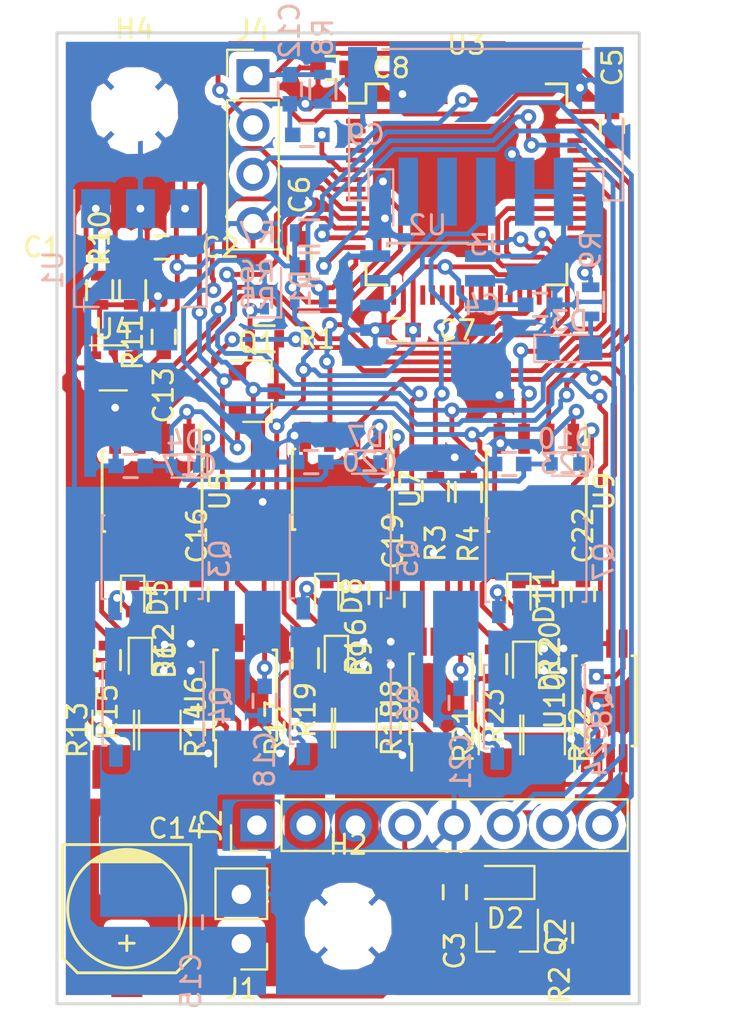
<source format=kicad_pcb>
(kicad_pcb (version 20221018) (generator pcbnew)
  (layers (0 "F.Cu" signal) (31 "B.Cu" signal) (34 "B.Paste" user) (35 "F.Paste" user) (36 "B.SilkS" user "B.Silkscreen") (37 "F.SilkS" user "F.Silkscreen") (38 "B.Mask" user) (39 "F.Mask" user) (44 "Edge.Cuts" user))
  (net 0 "")
  (net 1 "/PWR_BAT")
  (net 2 "GND")
  (net 3 "Net-(D1-Pad1)")
  (net 4 "/Drive/Vdrv")
  (net 5 "+3V3")
  (net 6 "Net-(C19-Pad1)")
  (net 7 "Net-(D8-Pad1)")
  (net 8 "Net-(C19-Pad2)")
  (net 9 "Net-(D9-Pad1)")
  (net 10 "/Control/VEN_3v3")
  (net 11 "/Control/VPWM_3v3")
  (net 12 "/Control/UPWM_3v3")
  (net 13 "/Control/UEN_3v3")
  (net 14 "Net-(D6-Pad1)")
  (net 15 "Net-(C16-Pad2)")
  (net 16 "Net-(D5-Pad1)")
  (net 17 "Net-(C16-Pad1)")
  (net 18 "Net-(C22-Pad1)")
  (net 19 "Net-(D11-Pad1)")
  (net 20 "Net-(C22-Pad2)")
  (net 21 "Net-(D12-Pad1)")
  (net 22 "/Control/WEN_3v3")
  (net 23 "/Control/WPWM_3v3")
  (net 24 "Net-(J3-Pad2)")
  (net 25 "Net-(J3-Pad3)")
  (net 26 "/Control/can_tx")
  (net 27 "/Control/can_rx")
  (net 28 "Net-(D6-Pad2)")
  (net 29 "Net-(D12-Pad2)")
  (net 30 "Net-(D11-Pad2)")
  (net 31 "Net-(D9-Pad2)")
  (net 32 "Net-(D8-Pad2)")
  (net 33 "Net-(D5-Pad2)")
  (net 34 "Net-(R10-Pad2)")
  (net 35 "Net-(D3-Pad2)")
  (net 36 "Net-(R9-Pad1)")
  (net 37 "/Control/HALL_U_3v3")
  (net 38 "/Control/HALL_V_3v3")
  (net 39 "/Control/HALL_W_3v3")
  (net 40 "/Control/BAT_ADC_0-3v3")
  (net 41 "Net-(D2-Pad1)")
  (net 42 "/Control/boot0_3v3")
  (net 43 "Net-(C3-Pad1)")
  (net 44 "Net-(C9-Pad1)")
  (net 45 "/Control/REF_1v65")
  (net 46 "/Drive/U_PH")
  (net 47 "/Drive/V_PH")
  (net 48 "/Drive/W_PH")
  (net 49 "/Control/rx_3v3")
  (net 50 "/Control/tx_3v3")
  (net 51 "/Control/I_U_0-3v3")
  (net 52 "/Control/I_V_0-3v3")
  (net 53 "/Control/I_W_0-3v3")
  (net 54 "Net-(U3-Pad62)")
  (net 55 "Net-(U3-Pad61)")
  (net 56 "Net-(U3-Pad59)")
  (net 57 "Net-(U3-Pad58)")
  (net 58 "Net-(U3-Pad57)")
  (net 59 "Net-(U3-Pad56)")
  (net 60 "Net-(U3-Pad55)")
  (net 61 "Net-(U3-Pad54)")
  (net 62 "Net-(U3-Pad53)")
  (net 63 "Net-(U3-Pad50)")
  (net 64 "Net-(U3-Pad49)")
  (net 65 "Net-(U3-Pad46)")
  (net 66 "Net-(U3-Pad45)")
  (net 67 "Net-(U3-Pad44)")
  (net 68 "Net-(U3-Pad40)")
  (net 69 "Net-(U3-Pad36)")
  (net 70 "Net-(U3-Pad30)")
  (net 71 "Net-(U3-Pad29)")
  (net 72 "Net-(U3-Pad28)")
  (net 73 "Net-(U3-Pad26)")
  (net 74 "Net-(U3-Pad25)")
  (net 75 "Net-(U3-Pad23)")
  (net 76 "Net-(U3-Pad22)")
  (net 77 "Net-(U3-Pad21)")
  (net 78 "Net-(U3-Pad20)")
  (net 79 "Net-(U3-Pad17)")
  (net 80 "Net-(U3-Pad4)")
  (net 81 "Net-(U3-Pad3)")
  (net 82 "Net-(U3-Pad2)")
  (net 83 "Net-(J3-Pad1)")
  (net 84 "Net-(U3-Pad6)")
  (net 85 "Net-(U3-Pad5)")
  (net 86 "Net-(U3-Pad27)")
  (footprint "espitall:c_elec_6.3x7.7" (layer "F.Cu") (at 53.6 95.1 -90)
    (fp_text reference "C14")
    (fp_text value "CP")
  )
  (footprint "espitall:SOT-23" (layer "F.Cu") (at 60.3 68.45)
    (fp_text reference "Q1")
    (fp_text value "BSS126")
  )
  (footprint "espitall:SOIC-8_3.9x4.9mm_Pitch1.27mm" (layer "F.Cu") (at 64.7 73.5 -90)
    (fp_text reference "U7")
    (fp_text value "IR2104")
  )
  (footprint "espitall:SOIC-8_3.9x4.9mm_Pitch1.27mm" (layer "F.Cu") (at 54.9 73.6 -90)
    (fp_text reference "U5")
    (fp_text value "IR2104")
  )
  (footprint "espitall:SOIC-8_3.9x4.9mm_Pitch1.27mm" (layer "F.Cu") (at 74.7 73.6 -90)
    (fp_text reference "U9")
    (fp_text value "IR2104")
  )
  (footprint "espitall:R_0603" (layer "F.Cu") (at 52.6 82.3 90)
    (fp_text reference "R15")
    (fp_text value "47")
  )
  (footprint "espitall:R_0603" (layer "F.Cu") (at 72.5 82.5 90)
    (fp_text reference "R23")
    (fp_text value "47")
  )
  (footprint "espitall:R_0603" (layer "F.Cu") (at 75.4 79.05 90)
    (fp_text reference "R20")
    (fp_text value "47")
  )
  (footprint "espitall:R_0603" (layer "F.Cu") (at 62.8 82.2 90)
    (fp_text reference "R19")
    (fp_text value "47")
  )
  (footprint "espitall:R_0603" (layer "F.Cu") (at 65.4 78.9 90)
    (fp_text reference "R16")
    (fp_text value "47")
  )
  (footprint "espitall:R_0603" (layer "F.Cu") (at 55.5 79.15 90)
    (fp_text reference "R12")
    (fp_text value "47")
  )
  (footprint "espitall:R_0603" (layer "F.Cu") (at 52.2 63.25 -90)
    (fp_text reference "R10")
    (fp_text value "10k")
  )
  (footprint "espitall:R_0603" (layer "F.Cu") (at 53.9 63.25 90)
    (fp_text reference "R11")
    (fp_text value "10k")
  )
  (footprint "espitall:R_0603" (layer "F.Cu") (at 71.2 73.65 90)
    (fp_text reference "R4")
    (fp_text value "1k")
  )
  (footprint "espitall:R_0603" (layer "F.Cu") (at 69.5 73.6 90)
    (fp_text reference "R3")
    (fp_text value "10k")
  )
  (footprint "espitall:R_0603" (layer "F.Cu") (at 75.9 96.35 90)
    (fp_text reference "R2")
    (fp_text value "10k")
  )
  (footprint "espitall:R_0603" (layer "F.Cu") (at 60.7 65.75 180)
    (fp_text reference "R1")
    (fp_text value "10k")
  )
  (footprint "espitall:C_0603" (layer "F.Cu") (at 52.25 61.05)
    (fp_text reference "C1")
    (fp_text value "100n")
  )
  (footprint "espitall:C_0603" (layer "F.Cu") (at 70.5 94.25 90)
    (fp_text reference "C3")
    (fp_text value "470n")
  )
  (footprint "espitall:C_0603" (layer "F.Cu") (at 78.6 54.8 -90)
    (fp_text reference "C5")
    (fp_text value "100n")
  )
  (footprint "espitall:C_0603" (layer "F.Cu") (at 62.5 61.35 -90)
    (fp_text reference "C6")
    (fp_text value "100n")
  )
  (footprint "espitall:C_0603" (layer "F.Cu") (at 67.6 65.3 180)
    (fp_text reference "C7")
    (fp_text value "100n")
  )
  (footprint "espitall:C_0603" (layer "F.Cu") (at 64.2 51.8 180)
    (fp_text reference "C8")
    (fp_text value "100n")
  )
  (footprint "espitall:C_0603" (layer "F.Cu") (at 55.5 65.65 90)
    (fp_text reference "C13")
    (fp_text value "100n")
  )
  (footprint "espitall:C_0603" (layer "F.Cu") (at 55.4 61.05 180)
    (fp_text reference "C2")
    (fp_text value "470n")
  )
  (footprint "espitall:C_0603" (layer "F.Cu") (at 77.1 78.9 -90)
    (fp_text reference "C22")
    (fp_text value "100n")
  )
  (footprint "espitall:C_0603" (layer "F.Cu") (at 67.3 79.2 -90)
    (fp_text reference "C19")
    (fp_text value "100n")
  )
  (footprint "espitall:C_0603" (layer "F.Cu") (at 57.2 78.9 -90)
    (fp_text reference "C16")
    (fp_text value "100n")
  )
  (footprint "Resistors_SMD:R_1206" (layer "F.Cu") (at 52.9 85.9 90)
    (fp_text reference "R13")
    (fp_text value "5m")
  )
  (footprint "Resistors_SMD:R_1206" (layer "F.Cu") (at 55.3 85.9 -90)
    (fp_text reference "R14")
    (fp_text value "5m")
  )
  (footprint "Resistors_SMD:R_1206" (layer "F.Cu") (at 65.4 85.8 -90)
    (fp_text reference "R18")
    (fp_text value "5m")
  )
  (footprint "Resistors_SMD:R_1206" (layer "F.Cu") (at 75.1 86.15 -90)
    (fp_text reference "R22")
    (fp_text value "5m")
  )
  (footprint "Resistors_SMD:R_1206" (layer "F.Cu") (at 72.8 86.15 90)
    (fp_text reference "R21")
    (fp_text value "5m")
  )
  (footprint "Pin_Headers:Pin_Header_Straight_1x08_Pitch2.54mm" (layer "F.Cu") (at 60.3 90.8 90)
    (fp_text reference "J2")
    (fp_text value "Conn_01x08")
  )
  (footprint "Pin_Headers:Pin_Header_Straight_1x04_Pitch2.54mm" (layer "F.Cu") (at 60.1 52.2)
    (fp_text reference "J4")
    (fp_text value "Conn_01x04")
  )
  (footprint "Pin_Headers:Pin_Header_Straight_1x02_Pitch2.54mm" (layer "F.Cu") (at 59.5 96.9 180)
    (fp_text reference "J1")
    (fp_text value "Conn_01x02")
  )
  (footprint "Mounting_Holes:MountingHole_3.2mm_M3" (layer "F.Cu") (at 65 96)
    (fp_text reference "H2")
    (fp_text value "MountingHole_Pad")
  )
  (footprint "Mounting_Holes:MountingHole_3.2mm_M3" (layer "F.Cu") (at 54 54)
    (fp_text reference "H4")
    (fp_text value "MountingHole_Pad")
  )
  (footprint "Diodes_SMD:D_SOD-523" (layer "F.Cu") (at 54.3 82.3 -90)
    (fp_text reference "D6")
    (fp_text value "BAS-40-02V-V-G-08")
  )
  (footprint "Diodes_SMD:D_SOD-523" (layer "F.Cu") (at 63.9 79 -90)
    (fp_text reference "D8")
    (fp_text value "BAS-40-02V-V-G-08")
  )
  (footprint "Diodes_SMD:D_SOD-523" (layer "F.Cu") (at 64.4 82.2 -90)
    (fp_text reference "D9")
    (fp_text value "BAS-40-02V-V-G-08")
  )
  (footprint "Diodes_SMD:D_SOD-523" (layer "F.Cu") (at 73.8 79 -90)
    (fp_text reference "D11")
    (fp_text value "BAS-40-02V-V-G-08")
  )
  (footprint "Diodes_SMD:D_SOD-523" (layer "F.Cu") (at 74.1 82.5 -90)
    (fp_text reference "D12")
    (fp_text value "BAS-40-02V-V-G-08")
  )
  (footprint "Diodes_SMD:D_SOD-523" (layer "F.Cu") (at 53.9 79.1 -90)
    (fp_text reference "D5")
    (fp_text value "BAS-40-02V-V-G-08")
  )
  (footprint "Housings_SSOP:TSSOP-8_4.4x3mm_Pitch0.65mm" (layer "F.Cu") (at 59.7 84.1 90)
    (fp_text reference "U6")
    (fp_text value "INA240A1PW")
  )
  (footprint "Housings_SSOP:TSSOP-8_4.4x3mm_Pitch0.65mm" (layer "F.Cu") (at 69.8 84.3 90)
    (fp_text reference "U8")
    (fp_text value "INA240A1PW")
  )
  (footprint "Housings_SSOP:TSSOP-8_4.4x3mm_Pitch0.65mm" (layer "F.Cu") (at 78.2 84.4 90)
    (fp_text reference "U10")
    (fp_text value "INA240A1PW")
  )
  (footprint "Resistors_SMD:R_1206" (layer "F.Cu") (at 63.1 85.8 90)
    (fp_text reference "R17")
    (fp_text value "5m")
  )
  (footprint "Housings_QFP:LQFP-64_10x10mm_Pitch0.5mm" (layer "F.Cu") (at 71.1 57.8)
    (fp_text reference "U3")
    (fp_text value "STM32L496RGTx")
  )
  (footprint "TO_SOT_Packages_SMD:SOT-353_SC-70-5" (layer "F.Cu") (at 52.9 67.25)
    (fp_text reference "U4")
    (fp_text value "OPA349SA-3K")
  )
  (footprint "TO_SOT_Packages_SMD:SOT-23" (layer "F.Cu") (at 73.2 96.55 -90)
    (fp_text reference "Q2")
    (fp_text value "SO2222A")
  )
  (footprint "Diodes_SMD:D_SOD-323" (layer "F.Cu") (at 73.1 93.75 180)
    (fp_text reference "D2")
    (fp_text value "BZD27Cxx/5V6")
  )
  (footprint "espitall:SOT-223-3_TabPin2" (layer "B.Cu") (at 54.3 62.2 -90)
    (fp_text reference "U1")
    (fp_text value "LM3940IMP-3.3")
  )
  (footprint "espitall:R_0603" (layer "B.Cu") (at 77.5 63.85 -90)
    (fp_text reference "R9")
    (fp_text value "1k")
  )
  (footprint "espitall:R_0603" (layer "B.Cu") (at 63 62)
    (fp_text reference "R6")
    (fp_text value "10k")
  )
  (footprint "espitall:R_0603" (layer "B.Cu") (at 63 63.7)
    (fp_text reference "R5")
    (fp_text value "10k")
  )
  (footprint "espitall:R_0603" (layer "B.Cu") (at 63.7 52.9 -90)
    (fp_text reference "R8")
    (fp_text value "10k")
  )
  (footprint "espitall:LED_0805" (layer "B.Cu") (at 76.399999 66.249999)
    (fp_text reference "D3")
    (fp_text value "LED")
  )
  (footprint "espitall:JST_PH_S5B-PH-SM4-TB_05x2.00mm_Angled" (layer "B.Cu") (at 72.1 55.3)
    (fp_text reference "J3")
    (fp_text value "CocobotCAN")
  )
  (footprint "espitall:C_0603" (layer "B.Cu") (at 74.9 64)
    (fp_text reference "C4")
    (fp_text value "100n")
  )
  (footprint "espitall:C_0603" (layer "B.Cu") (at 62.9 55.25 180)
    (fp_text reference "C9")
    (fp_text value "100n")
  )
  (footprint "espitall:C_0603" (layer "B.Cu") (at 63.1 72.1 180)
    (fp_text reference "C20")
    (fp_text value "100n")
  )
  (footprint "espitall:C_0603" (layer "B.Cu") (at 56.9 95.8 90)
    (fp_text reference "C15")
    (fp_text value "2u2")
  )
  (footprint "espitall:C_0603" (layer "B.Cu") (at 62 52.9 -90)
    (fp_text reference "C12")
    (fp_text value "100n")
  )
  (footprint "espitall:C_0603" (layer "B.Cu") (at 77.8 83.9 90)
    (fp_text reference "C24")
    (fp_text value "100n")
  )
  (footprint "espitall:C_0603" (layer "B.Cu") (at 73.3 72.2 180)
    (fp_text reference "C23")
    (fp_text value "100n")
  )
  (footprint "espitall:C_0603" (layer "B.Cu") (at 70.8 84.5 90)
    (fp_text reference "C21")
    (fp_text value "100n")
  )
  (footprint "espitall:C_0603" (layer "B.Cu") (at 60.7 84.4 90)
    (fp_text reference "C18")
    (fp_text value "100n")
  )
  (footprint "espitall:C_0603" (layer "B.Cu") (at 53.8 72.3 180)
    (fp_text reference "C17")
    (fp_text value "100n")
  )
  (footprint "TO_SOT_Packages_SMD:SOT-669_LFPAK" (layer "B.Cu") (at 74.6 84.535 90)
    (fp_text reference "Q8")
    (fp_text value "Q_NMOS_LFPAK")
  )
  (footprint "TO_SOT_Packages_SMD:SOT-669_LFPAK" (layer "B.Cu") (at 64.6 84.3 90)
    (fp_text reference "Q6")
    (fp_text value "Q_NMOS_LFPAK")
  )
  (footprint "TO_SOT_Packages_SMD:SOT-669_LFPAK" (layer "B.Cu") (at 64.6 76.8 90)
    (fp_text reference "Q5")
    (fp_text value "Q_NMOS_LFPAK")
  )
  (footprint "TO_SOT_Packages_SMD:SOT-669_LFPAK" (layer "B.Cu") (at 54.95 84.385 90)
    (fp_text reference "Q4")
    (fp_text value "Q_NMOS_LFPAK")
  )
  (footprint "TO_SOT_Packages_SMD:SOT-669_LFPAK" (layer "B.Cu") (at 54.9 76.835 90)
    (fp_text reference "Q3")
    (fp_text value "Q_NMOS_LFPAK")
  )
  (footprint "TO_SOT_Packages_SMD:SOT-669_LFPAK" (layer "B.Cu") (at 74.68 76.985 90)
    (fp_text reference "Q7")
    (fp_text value "Q_NMOS_LFPAK")
  )
  (footprint "Diodes_SMD:D_SOD-523" (layer "B.Cu") (at 65.9 72.1 180)
    (fp_text reference "D7")
    (fp_text value "BAS-40-02V-V-G-08")
  )
  (footprint "Diodes_SMD:D_SOD-523" (layer "B.Cu") (at 76.2 72.2 180)
    (fp_text reference "D10")
    (fp_text value "BAS-40-02V-V-G-08")
  )
  (footprint "Diodes_SMD:D_SOD-523" (layer "B.Cu") (at 56.6 72.3 180)
    (fp_text reference "D4")
    (fp_text value "BAS-40-02V-V-G-08")
  )
  (footprint "Housings_SOIC:SOIC-8_3.9x4.9mm_Pitch1.27mm" (layer "B.Cu") (at 69.1 63.4 180)
    (fp_text reference "U2")
    (fp_text value "MAX3051")
  )
  (footprint "espitall:R_0603" (layer "B.Cu") (at 63 60.3)
    (fp_text reference "R7")
    (fp_text value "10k")
  )
  (footprint "Diodes_SMD:D_SOD-323" (layer "B.Cu") (at 60.7 63.15 90)
    (fp_text reference "D1")
    (fp_text value "BZD27Cxx/15V")
  )
  (gr_line (start 50 50) (end 80 50) (stroke (width 0.15)) (layer "Edge.Cuts"))
  (gr_line (start 50 50) (end 50 100) (stroke (width 0.15)) (layer "Edge.Cuts"))
  (gr_line (start 80 50) (end 80 100) (stroke (width 0.15)) (layer "Edge.Cuts"))
  (gr_line (start 50 100) (end 80 100) (stroke (width 0.15)) (layer "Edge.Cuts"))
  (segment (start 61.3 69.1) (end 60.6 69.8) (width 0.25) (layer "F.Cu") (net 1))
  (segment (start 73.2 97.55) (end 68.8 97.55) (width 0.25) (layer "F.Cu") (net 1))
  (segment (start 51.5 59.55) (end 52 59.05) (width 0.25) (layer "F.Cu") (net 1))
  (segment (start 60.6 69.8) (end 60.6 74.15) (width 0.25) (layer "F.Cu") (net 1))
  (segment (start 61.3 68.45) (end 61.3 65.9) (width 0.25) (layer "F.Cu") (net 1))
  (segment (start 69.5 74.35) (end 69.5 76.67652) (width 0.25) (layer "F.Cu") (net 1))
  (segment (start 61.3 68.45) (end 61.3 69.1) (width 0.25) (layer "F.Cu") (net 1))
  (segment (start 55.84918 97.85082) (end 53.6 97.85082) (width 0.25) (layer "F.Cu") (net 1))
  (segment (start 59.5 98.55) (end 59.5 96.9) (width 0.25) (layer "F.Cu") (net 1))
  (segment (start 74.5 97.55) (end 74.95 97.1) (width 0.25) (layer "F.Cu") (net 1))
  (segment (start 69.5 76.67652) (end 69.39999 76.77653) (width 0.25) (layer "F.Cu") (net 1))
  (segment (start 56.8 96.9) (end 55.84918 97.85082) (width 0.25) (layer "F.Cu") (net 1))
  (segment (start 51.5 61.05) (end 51.5 59.55) (width 0.25) (layer "F.Cu") (net 1))
  (segment (start 73.2 97.55) (end 74.5 97.55) (width 0.25) (layer "F.Cu") (net 1))
  (segment (start 66.75001 99.59999) (end 60.54999 99.59999) (width 0.25) (layer "F.Cu") (net 1))
  (segment (start 60.54999 99.59999) (end 59.5 98.55) (width 0.25) (layer "F.Cu") (net 1))
  (segment (start 61.3 65.9) (end 61.45 65.75) (width 0.25) (layer "F.Cu") (net 1))
  (segment (start 68.8 97.55) (end 66.75001 99.59999) (width 0.25) (layer "F.Cu") (net 1))
  (segment (start 74.95 97.1) (end 75.9 97.1) (width 0.25) (layer "F.Cu") (net 1))
  (segment (start 59.5 96.9) (end 56.8 96.9) (width 0.25) (layer "F.Cu") (net 1))
  (via (at 60.6 74.15) (size 0.8) (drill 0.4) (layers "F.Cu" "B.Cu") (net 1))
  (via (at 69.39999 76.77653) (size 0.8) (drill 0.4) (layers "F.Cu" "B.Cu") (net 1))
  (via (at 52 59.05) (size 0.8) (drill 0.4) (layers "F.Cu" "B.Cu") (net 1))
  (segment (start 69.42346 76.8) (end 69.39999 76.77653) (width 0.25) (layer "B.Cu") (net 1))
  (segment (start 57.25 96.9) (end 56.9 96.55) (width 0.25) (layer "B.Cu") (net 1))
  (segment (start 68.98846 76.365) (end 68.999991 76.376531) (width 0.25) (layer "B.Cu") (net 1))
  (segment (start 64.6 76.365) (end 68.98846 76.365) (width 0.25) (layer "B.Cu") (net 1))
  (segment (start 52 62.15) (end 50.9 63.25) (width 0.25) (layer "B.Cu") (net 1))
  (segment (start 64.315 76.65) (end 64.6 76.365) (width 0.25) (layer "B.Cu") (net 1))
  (segment (start 50.9 76.7) (end 50.95 76.65) (width 0.25) (layer "B.Cu") (net 1))
  (segment (start 52.45 96.55) (end 50.9 95) (width 0.25) (layer "B.Cu") (net 1))
  (segment (start 54.9 76.65) (end 64.315 76.65) (width 0.25) (layer "B.Cu") (net 1))
  (segment (start 68.999991 76.376531) (end 69.39999 76.77653) (width 0.25) (layer "B.Cu") (net 1))
  (segment (start 50.95 76.65) (end 54.9 76.65) (width 0.25) (layer "B.Cu") (net 1))
  (segment (start 74.68 74.35) (end 74.68 76.55) (width 0.25) (layer "B.Cu") (net 1))
  (segment (start 63.765 74.15) (end 64 73.915) (width 0.25) (layer "B.Cu") (net 1))
  (segment (start 56.9 96.55) (end 52.45 96.55) (width 0.25) (layer "B.Cu") (net 1))
  (segment (start 59.5 96.9) (end 57.25 96.9) (width 0.25) (layer "B.Cu") (net 1))
  (segment (start 50.9 74.15) (end 50.95 74.2) (width 0.25) (layer "B.Cu") (net 1))
  (segment (start 50.9 63.25) (end 50.9 74.15) (width 0.25) (layer "B.Cu") (net 1))
  (segment (start 50.95 74.2) (end 54.9 74.2) (width 0.25) (layer "B.Cu") (net 1))
  (segment (start 54.9 76.65) (end 54.9 74.2) (width 0.25) (layer "B.Cu") (net 1))
  (segment (start 74.68 76.8) (end 69.42346 76.8) (width 0.25) (layer "B.Cu") (net 1))
  (segment (start 54.9 74.2) (end 54.9 76.4) (width 0.25) (layer "B.Cu") (net 1))
  (segment (start 52 59.05) (end 52 62.15) (width 0.25) (layer "B.Cu") (net 1))
  (segment (start 60.6 74.15) (end 63.765 74.15) (width 0.25) (layer "B.Cu") (net 1))
  (segment (start 50.9 95) (end 50.9 76.7) (width 0.25) (layer "B.Cu") (net 1))
  (segment (start 64.6 74.165) (end 64.6 76.615) (width 0.25) (layer "B.Cu") (net 1))
  (segment (start 66.875 65.3) (end 66.85 65.3) (width 0.25) (layer "F.Cu") (net 2))
  (segment (start 76.8 54.55) (end 75.8 54.55) (width 0.25) (layer "F.Cu") (net 2))
  (segment (start 76.175309 53.600011) (end 76.550156 53.225164) (width 0.25) (layer "F.Cu") (net 2))
  (segment (start 50.4 68.3) (end 51.4 69.3) (width 0.25) (layer "F.Cu") (net 2))
  (segment (start 70.75 93.75) (end 70.5 93.5) (width 0.25) (layer "F.Cu") (net 2))
  (segment (start 54.65 59.4) (end 54.3 59.05) (width 0.25) (layer "F.Cu") (net 2))
  (segment (start 58.725 87.05) (end 57.85 87.05) (width 0.25) (layer "F.Cu") (net 2))
  (segment (start 53.6 92.34918) (end 52.5499 92.34918) (width 0.25) (layer "F.Cu") (net 2))
  (segment (start 68.20979 56.24021) (end 72.878657 56.24021) (width 0.25) (layer "F.Cu") (net 2))
  (segment (start 70.775 86.025) (end 70.8 86) (width 0.25) (layer "F.Cu") (net 2))
  (segment (start 72.878657 56.24021) (end 73.444342 56.24021) (width 0.25) (layer "F.Cu") (net 2))
  (segment (start 62.5 62.1) (end 62.5 62.075) (width 0.25) (layer "F.Cu") (net 2))
  (segment (start 64.1 59.096412) (end 63.767464 58.763876) (width 0.25) (layer "F.Cu") (net 2))
  (segment (start 63.45 53) (end 62.8 53.65) (width 0.25) (layer "F.Cu") (net 2))
  (segment (start 72.05 93.75) (end 70.75 93.75) (width 0.25) (layer "F.Cu") (net 2))
  (segment (start 74.35 63.5) (end 74.35 64.25) (width 0.25) (layer "F.Cu") (net 2))
  (segment (start 77.225 87.35) (end 77.225 87.075002) (width 0.25) (layer "F.Cu") (net 2))
  (segment (start 54.675 67.25) (end 51.95 67.25) (width 0.25) (layer "F.Cu") (net 2))
  (segment (start 74.35 64.25) (end 74.15 64.45) (width 0.25) (layer "F.Cu") (net 2))
  (segment (start 54.6 62.5) (end 55.2 63.1) (width 0.25) (layer "F.Cu") (net 2))
  (segment (start 50.9 67.25) (end 50.4 67.75) (width 0.25) (layer "F.Cu") (net 2))
  (segment (start 75.3 54.05) (end 75.3 53.600011) (width 0.25) (layer "F.Cu") (net 2))
  (segment (start 76.550156 53.225164) (end 76.950155 52.825165) (width 0.25) (layer "F.Cu") (net 2))
  (segment (start 67.85 64.3) (end 66.85 65.3) (width 0.25) (layer "F.Cu") (net 2))
  (segment (start 62.237916 70.792916) (end 62.237916 70.736657) (width 0.25) (layer "F.Cu") (net 2))
  (segment (start 68.825 87.25) (end 67.85 87.25) (width 0.25) (layer "F.Cu") (net 2))
  (segment (start 65.4 59.55) (end 64.553588 59.55) (width 0.25) (layer "F.Cu") (net 2))
  (segment (start 72.841899 70.471899) (end 72.841899 70.566013) (width 0.25) (layer "F.Cu") (net 2))
  (segment (start 74.4 53.600011) (end 75.3 53.600011) (width 0.25) (layer "F.Cu") (net 2))
  (segment (start 67.85 87.25) (end 67.8 87.2) (width 0.25) (layer "F.Cu") (net 2))
  (segment (start 50.4 67.75) (end 50.4 68.3) (width 0.25) (layer "F.Cu") (net 2))
  (segment (start 63.767464 58.763876) (end 63.513519 58.763876) (width 0.25) (layer "F.Cu") (net 2))
  (segment (start 66.405 65.3) (end 66.4 65.305) (width 0.25) (layer "F.Cu") (net 2))
  (segment (start 58.297919 94.36) (end 56.287099 92.34918) (width 0.25) (layer "F.Cu") (net 2))
  (segment (start 53 69.3) (end 53 70.895) (width 0.25) (layer "F.Cu") (net 2))
  (segment (start 67.617564 66.042564) (end 66.875 65.3) (width 0.25) (layer "F.Cu") (net 2))
  (segment (start 52.5499 92.34918) (end 50.8 90.59928) (width 0.25) (layer "F.Cu") (net 2))
  (segment (start 73.444342 56.24021) (end 73.444342 54.104019) (width 0.25) (layer "F.Cu") (net 2))
  (segment (start 67.85 53.1) (end 67.8 53.15) (width 0.25) (layer "F.Cu") (net 2))
  (segment (start 61.750011 59.899989) (end 62.553588 59.096412) (width 0.25) (layer "F.Cu") (net 2))
  (segment (start 65.4 59.55) (end 66.9 59.55) (width 0.25) (layer "F.Cu") (net 2))
  (segment (start 67.85 52.1) (end 67.85 53.1) (width 0.25) (layer "F.Cu") (net 2))
  (segment (start 55.2 63.1) (end 55.2 63.55) (width 0.25) (layer "F.Cu") (net 2))
  (segment (start 72.795 70.425) (end 72.841899 70.471899) (width 0.25) (layer "F.Cu") (net 2))
  (segment (start 75.8 54.55) (end 75.3 54.05) (width 0.25) (layer "F.Cu") (net 2))
  (segment (start 71.2 72.4) (end 70.65457 71.85457) (width 0.25) (layer "F.Cu") (net 2))
  (segment (start 65.4 59.55) (end 64.709415 59.55) (width 0.25) (layer "F.Cu") (net 2))
  (segment (start 70.65457 71.85457) (end 70.494926 71.85457) (width 0.25) (layer "F.Cu") (net 2))
  (segment (start 62.5 62.075) (end 61.750011 61.325011) (width 0.25) (layer "F.Cu") (net 2))
  (segment (start 62.553588 59.096412) (end 64.1 59.096412) (width 0.25) (layer "F.Cu") (net 2))
  (segment (start 53.9 62.5) (end 54.6 62.5) (width 0.25) (layer "F.Cu") (net 2))
  (segment (start 61.5 87.1) (end 60.725 87.1) (width 0.25) (layer "F.Cu") (net 2))
  (segment (start 73.444342 54.104019) (end 73.948341 53.60002) (width 0.25) (layer "F.Cu") (net 2))
  (segment (start 51.95 67.25) (end 50.9 67.25) (width 0.25) (layer "F.Cu") (net 2))
  (segment (start 54.65 61.05) (end 53 61.05) (width 0.25) (layer "F.Cu") (net 2))
  (segment (start 60.725 87.1) (end 60.675 87.05) (width 0.25) (layer "F.Cu") (net 2))
  (segment (start 71.107436 66.042564) (end 67.617564 66.042564) (width 0.25) (layer "F.Cu") (net 2))
  (segment (start 72.841899 70.566013) (end 72.841899 71.131698) (width 0.25) (layer "F.Cu") (net 2))
  (segment (start 77.225 87.075002) (end 76.5 86.350002) (width 0.25) (layer "F.Cu") (net 2))
  (segment (start 50.8 90.59928) (end 50.8 69.9) (width 0.25) (layer "F.Cu") (net 2))
  (segment (start 63.475 51.8) (end 63.45 51.8) (width 0.25) (layer "F.Cu") (net 2))
  (segment (start 66.8 57.65) (end 68.20979 56.24021) (width 0.25) (layer "F.Cu") (net 2))
  (segment (start 57.85 87.05) (end 57.8 87.1) (width 0.25) (layer "F.Cu") (net 2))
  (segment (start 79.175 87.35) (end 79.175 86.025) (width 0.25) (layer "F.Cu") (net 2))
  (segment (start 74.399991 53.60002) (end 74.4 53.600011) (width 0.25) (layer "F.Cu") (net 2))
  (segment (start 72.8 68.65) (end 72.8 70.895) (width 0.25) (layer "F.Cu") (net 2))
  (segment (start 66.85 65.3) (end 66.405 65.3) (width 0.25) (layer "F.Cu") (net 2))
  (segment (start 72.8 70.895) (end 72.795 70.9) (width 0.25) (layer "F.Cu") (net 2))
  (segment (start 63.45 51.8) (end 63.45 53) (width 0.25) (layer "F.Cu") (net 2))
  (segment (start 70.46 93.46) (end 70.5 93.5) (width 0.25) (layer "F.Cu") (net 2))
  (segment (start 50.8 69.9) (end 51.4 69.3) (width 0.25) (layer "F.Cu") (net 2))
  (segment (start 62.795 70.8) (end 62.245 70.8) (width 0.25) (layer "F.Cu") (net 2))
  (segment (start 63.513519 58.763876) (end 62.947834 58.763876) (width 0.25) (layer "F.Cu") (net 2))
  (segment (start 61.750011 61.325011) (end 61.750011 59.899989) (width 0.25) (layer "F.Cu") (net 2))
  (segment (start 76.8 54.55) (end 77.6 54.55) (width 0.25) (layer "F.Cu") (net 2))
  (segment (start 74.15 64.45) (end 72.7 64.45) (width 0.25) (layer "F.Cu") (net 2))
  (segment (start 54.65 61.05) (end 54.65 59.4) (width 0.25) (layer "F.Cu") (net 2))
  (segment (start 55.5 66.4) (end 55.5 66.425) (width 0.25) (layer "F.Cu") (net 2))
  (segment (start 79.175 86.025) (end 77.8 84.65) (width 0.25) (layer "F.Cu") (net 2))
  (segment (start 73.948341 53.60002) (end 74.399991 53.60002) (width 0.25) (layer "F.Cu") (net 2))
  (segment (start 75.3 53.600011) (end 76.175309 53.600011) (width 0.25) (layer "F.Cu") (net 2))
  (segment (start 59.5 94.36) (end 58.297919 94.36) (width 0.25) (layer "F.Cu") (net 2))
  (segment (start 77.6 54.55) (end 78.6 55.55) (width 0.25) (layer "F.Cu") (net 2))
  (segment (start 53 70.895) (end 52.995 70.9) (width 0.25) (layer "F.Cu") (net 2))
  (segment (start 56.287099 92.34918) (end 53.6 92.34918) (width 0.25) (layer "F.Cu") (net 2))
  (segment (start 64.553588 59.55) (end 64.1 59.096412) (width 0.25) (layer "F.Cu") (net 2))
  (segment (start 71.2 72.9) (end 71.2 72.4) (width 0.25) (layer "F.Cu") (net 2))
  (segment (start 70.775 87.25) (end 70.775 86.025) (width 0.25) (layer "F.Cu") (net 2))
  (segment (start 55.5 66.425) (end 54.675 67.25) (width 0.25) (layer "F.Cu") (net 2))
  (segment (start 51.4 69.3) (end 53 69.3) (width 0.25) (layer "F.Cu") (net 2))
  (segment (start 67.85 63.5) (end 67.85 64.3) (width 0.25) (layer "F.Cu") (net 2))
  (segment (start 72.7 64.45) (end 71.107436 66.042564) (width 0.25) (layer "F.Cu") (net 2))
  (segment (start 62.245 70.8) (end 62.237916 70.792916) (width 0.25) (layer "F.Cu") (net 2))
  (segment (start 70.46 90.8) (end 70.46 93.46) (width 0.25) (layer "F.Cu") (net 2))
  (via (at 61.5 87.1) (size 0.8) (drill 0.4) (layers "F.Cu" "B.Cu") (net 2))
  (via (at 72.841899 71.131698) (size 0.8) (drill 0.4) (layers "F.Cu" "B.Cu") (net 2))
  (via (at 57.8 87.1) (size 0.8) (drill 0.4) (layers "F.Cu" "B.Cu") (net 2))
  (via (at 66.9 59.55) (size 0.8) (drill 0.4) (layers "F.Cu" "B.Cu") (net 2))
  (via (at 54.3 59.05) (size 0.8) (drill 0.4) (layers "F.Cu" "B.Cu") (net 2))
  (via (at 53 69.3) (size 0.8) (drill 0.4) (layers "F.Cu" "B.Cu") (net 2))
  (via (at 67.8 87.2) (size 0.8) (drill 0.4) (layers "F.Cu" "B.Cu") (net 2))
  (via (at 55.2 63.55) (size 0.8) (drill 0.4) (layers "F.Cu" "B.Cu") (net 2))
  (via (at 72.8 68.65) (size 0.8) (drill 0.4) (layers "F.Cu" "B.Cu") (net 2))
  (via (at 62.237916 70.736657) (size 0.8) (drill 0.4) (layers "F.Cu" "B.Cu") (net 2))
  (via (at 73.444342 56.24021) (size 0.8) (drill 0.4) (layers "F.Cu" "B.Cu") (net 2))
  (via (at 66.4 65.305) (size 0.8) (drill 0.4) (layers "F.Cu" "B.Cu") (net 2))
  (via (at 77.8 84.65) (size 0.8) (drill 0.4) (layers "F.Cu" "B.Cu") (net 2))
  (via (at 66.8 57.65) (size 0.8) (drill 0.4) (layers "F.Cu" "B.Cu") (net 2))
  (via (at 62.947834 58.763876) (size 0.8) (drill 0.4) (layers "F.Cu" "B.Cu") (net 2))
  (via (at 76.950155 52.825165) (size 0.8) (drill 0.4) (layers "F.Cu" "B.Cu") (net 2))
  (via (at 70.8 86) (size 0.8) (drill 0.4) (layers "F.Cu" "B.Cu") (net 2))
  (via (at 76.5 86.350002) (size 0.8) (drill 0.4) (layers "F.Cu" "B.Cu") (net 2))
  (via (at 62.8 53.65) (size 0.8) (drill 0.4) (layers "F.Cu" "B.Cu") (net 2))
  (via (at 67.8 53.15) (size 0.8) (drill 0.4) (layers "F.Cu" "B.Cu") (net 2))
  (via (at 70.494926 71.85457) (size 0.8) (drill 0.4) (layers "F.Cu" "B.Cu") (net 2))
  (segment (start 72.55 72.2) (end 70.840356 72.2) (width 0.25) (layer "B.Cu") (net 2))
  (segment (start 60.1 59.82) (end 61.156124 58.763876) (width 0.25) (layer "B.Cu") (net 2))
  (segment (start 55.765685 63.55) (end 55.2 63.55) (width 0.25) (layer "B.Cu") (net 2))
  (segment (start 61.9 93.45) (end 61.1 92.65) (width 0.25) (layer "B.Cu") (net 2))
  (segment (start 72.55 71.423597) (end 72.841899 71.131698) (width 0.25) (layer "B.Cu") (net 2))
  (segment (start 74.825 65.45) (end 73.6 65.45) (width 0.25) (layer "B.Cu") (net 2))
  (segment (start 63.96 87.36) (end 63.96 87.135) (width 0.25) (layer "B.Cu") (net 2))
  (segment (start 53 68.734315) (end 54.3 67.434315) (width 0.25) (layer "B.Cu") (net 2))
  (segment (start 54.3 67.434315) (end 54.3 65.35) (width 0.25) (layer "B.Cu") (net 2))
  (segment (start 77.349998 86.350002) (end 77.8 85.9) (width 0.25) (layer "B.Cu") (net 2))
  (segment (start 75.24 87.37) (end 73.96 87.37) (width 0.25) (layer "B.Cu") (net 2))
  (segment (start 65.75 52.425) (end 67.8 52.425) (width 0.25) (layer "B.Cu") (net 2))
  (segment (start 66.4 59.55) (end 66.4 58.95) (width 0.25) (layer "B.Cu") (net 2))
  (segment (start 61.323002 72.1) (end 59.748001 70.524999) (width 0.25) (layer "B.Cu") (net 2))
  (segment (start 73.96 88.195) (end 72.905 89.25) (width 0.25) (layer "B.Cu") (net 2))
  (segment (start 57.565 94.36) (end 56.9 95.025) (width 0.25) (layer "B.Cu") (net 2))
  (segment (start 58.348039 61.712933) (end 56.510972 63.55) (width 0.25) (layer "B.Cu") (net 2))
  (segment (start 73.6 65.45) (end 72.8 66.25) (width 0.25) (layer "B.Cu") (net 2))
  (segment (start 67.8 87.2) (end 66.575 87.2) (width 0.25) (layer "B.Cu") (net 2))
  (segment (start 78.45 52.425) (end 77.35032 52.425) (width 0.25) (layer "B.Cu") (net 2))
  (segment (start 61.934315 88.1) (end 63.22 88.1) (width 0.25) (layer "B.Cu") (net 2))
  (segment (start 63.7 53.475) (end 63.7 53.65) (width 0.25) (layer "B.Cu") (net 2))
  (segment (start 65.75 52.425) (end 64.75 52.425) (width 0.25) (layer "B.Cu") (net 2))
  (segment (start 54.31 87.22) (end 55.59 87.22) (width 0.25) (layer "B.Cu") (net 2))
  (segment (start 53.05 72.3) (end 53.05 69.35) (width 0.25) (layer "B.Cu") (net 2))
  (segment (start 56.98 87.1) (end 56.86 87.22) (width 0.25) (layer "B.Cu") (net 2))
  (segment (start 56.9 95.025) (end 54.2 92.325) (width 0.25) (layer "B.Cu") (net 2))
  (segment (start 59.5 94.36) (end 63.36 94.36) (width 0.25) (layer "B.Cu") (net 2))
  (segment (start 55.2 63.55) (end 55.2 64.45) (width 0.25) (layer "B.Cu") (net 2))
  (segment (start 55.59 87.22) (end 56.86 87.22) (width 0.25) (layer "B.Cu") (net 2))
  (segment (start 66.9 59.55) (end 66.4 59.55) (width 0.25) (layer "B.Cu") (net 2))
  (segment (start 70.46 88.79) (end 70.8 88.45) (width 0.25) (layer "B.Cu") (net 2))
  (segment (start 55.2 64.45) (end 54.3 65.35) (width 0.25) (layer "B.Cu") (net 2))
  (segment (start 65.24 87.135) (end 66.51 87.135) (width 0.25) (layer "B.Cu") (net 2))
  (segment (start 54.3 65.35) (end 54.3 61.25) (width 0.25) (layer "B.Cu") (net 2))
  (segment (start 59.514948 70.524999) (end 56.424264 67.434315) (width 0.25) (layer "B.Cu") (net 2))
  (segment (start 72.8 66.25) (end 72.8 68.65) (width 0.25) (layer "B.Cu") (net 2))
  (segment (start 77.8 85.9) (end 77.8 84.65) (width 0.25) (layer "B.Cu") (net 2))
  (segment (start 70.8 90.46) (end 70.46 90.8) (width 0.25) (layer "B.Cu") (net 2))
  (segment (start 70.46 90.8) (end 70.46 88.79) (width 0.25) (layer "B.Cu") (net 2))
  (segment (start 62 53.65) (end 62.8 53.65) (width 0.25) (layer "B.Cu") (net 2))
  (segment (start 75.3 66.249999) (end 75.3 64.35) (width 0.25) (layer "B.Cu") (net 2))
  (segment (start 62 53.65) (end 62 55.1) (width 0.25) (layer "B.Cu") (net 2))
  (segment (start 57.467919 61.25) (end 54.3 61.25) (width 0.25) (layer "B.Cu") (net 2))
  (segment (start 75.3 64.35) (end 75.65 64) (width 0.25) (layer "B.Cu") (net 2))
  (segment (start 76.51 87.37) (end 75.24 87.37) (width 0.25) (layer "B.Cu") (net 2))
  (segment (start 74.1 58.175) (end 74.1 56.895868) (width 0.25) (layer "B.Cu") (net 2))
  (segment (start 60.7 87.1) (end 61.5 87.1) (width 0.25) (layer "B.Cu") (net 2))
  (segment (start 60.225 62.1) (end 59.837933 61.712933) (width 0.25) (layer "B.Cu") (net 2))
  (segment (start 58.897919 59.82) (end 57.467919 61.25) (width 0.25) (layer "B.Cu") (net 2))
  (segment (start 59.5 93.05) (end 59.5 94.36) (width 0.25) (layer "B.Cu") (net 2))
  (segment (start 56.424264 67.434315) (end 54.3 67.434315) (width 0.25) (layer "B.Cu") (net 2))
  (segment (start 64.8 65) (end 64.8 61.8) (width 0.25) (layer "B.Cu") (net 2))
  (segment (start 76.1 62.925) (end 76.1 58.175) (width 0.25) (layer "B.Cu") (net 2))
  (segment (start 70.8 87.2) (end 67.8 87.2) (width 0.25) (layer "B.Cu") (net 2))
  (segment (start 76.5 86.350002) (end 76.5 87.36) (width 0.25) (layer "B.Cu") (net 2))
  (segment (start 76.5 87.36) (end 76.51 87.37) (width 0.25) (layer "B.Cu") (net 2))
  (segment (start 60.7 62.1) (end 60.225 62.1) (width 0.25) (layer "B.Cu") (net 2))
  (segment (start 75.65 64.625) (end 74.825 65.45) (width 0.25) (layer "B.Cu") (net 2))
  (segment (start 67.81 93.45) (end 61.9 93.45) (width 0.25) (layer "B.Cu") (net 2))
  (segment (start 56.510972 63.55) (end 55.765685 63.55) (width 0.25) (layer "B.Cu") (net 2))
  (segment (start 59.5 94.36) (end 57.565 94.36) (width 0.25) (layer "B.Cu") (net 2))
  (segment (start 73.844341 56.640209) (end 73.444342 56.24021) (width 0.25) (layer "B.Cu") (net 2))
  (segment (start 56.9 95.025) (end 56.9 95.05) (width 0.25) (layer "B.Cu") (net 2))
  (segment (start 70.8 87.2) (end 70.8 86) (width 0.25) (layer "B.Cu") (net 2))
  (segment (start 75.65 63.375) (end 76.1 62.925) (width 0.25) (layer "B.Cu") (net 2))
  (segment (start 65.105 61.495) (end 66.4 61.495) (width 0.25) (layer "B.Cu") (net 2))
  (segment (start 63.22 88.1) (end 63.96 87.36) (width 0.25) (layer "B.Cu") (net 2))
  (segment (start 65.105 65.305) (end 64.8 65) (width 0.25) (layer "B.Cu") (net 2))
  (segment (start 64.75 52.425) (end 63.7 53.475) (width 0.25) (layer "B.Cu") (net 2))
  (segment (start 77.350154 52.425166) (end 76.950155 52.825165) (width 0.25) (layer "B.Cu") (net 2))
  (segment (start 54.2 92.325) (end 54.31 92.215) (width 0.25) (layer "B.Cu") (net 2))
  (segment (start 77.35032 52.425) (end 77.350154 52.425166) (width 0.25) (layer "B.Cu") (net 2))
  (segment (start 66.4 58.95) (end 66.4 58.05) (width 0.25) (layer "B.Cu") (net 2))
  (segment (start 54.3 59.05) (end 54.3 54.3) (width 0.25) (layer "B.Cu") (net 2))
  (segment (start 53.05 69.35) (end 53 69.3) (width 0.25) (layer "B.Cu") (net 2))
  (segment (start 76.550156 52.425166) (end 76.950155 52.825165) (width 0.25) (layer "B.Cu") (net 2))
  (segment (start 62.35 70.848741) (end 62.237916 70.736657) (width 0.25) (layer "B.Cu") (net 2))
  (segment (start 74.1 56.895868) (end 73.844341 56.640209) (width 0.25) (layer "B.Cu") (net 2))
  (segment (start 67.8 52.425) (end 76.54999 52.425) (width 0.25) (layer "B.Cu") (net 2))
  (segment (start 54.31 92.215) (end 54.31 87.22) (width 0.25) (layer "B.Cu") (net 2))
  (segment (start 66.4 65.305) (end 65.105 65.305) (width 0.25) (layer "B.Cu") (net 2))
  (segment (start 76.1 58.175) (end 74.1 58.175) (width 0.25) (layer "B.Cu") (net 2))
  (segment (start 60.7 85.15) (end 60.7 87.1) (width 0.25) (layer "B.Cu") (net 2))
  (segment (start 57.8 87.1) (end 56.98 87.1) (width 0.25) (layer "B.Cu") (net 2))
  (segment (start 75.65 64) (end 75.65 64.625) (width 0.25) (layer "B.Cu") (net 2))
  (segment (start 66.4 61.495) (end 66.4 59.55) (width 0.25) (layer "B.Cu") (net 2))
  (segment (start 59.837933 61.712933) (end 58.348039 61.712933) (width 0.25) (layer "B.Cu") (net 2))
  (segment (start 53 69.3) (end 53 68.734315) (width 0.25) (layer "B.Cu") (net 2))
  (segment (start 73.96 87.37) (end 73.96 88.195) (width 0.25) (layer "B.Cu") (net 2))
  (segment (start 61.1 92.65) (end 59.9 92.65) (width 0.25) (layer "B.Cu") (net 2))
  (segment (start 75.165 62.765) (end 75.65 63.25) (width 0.25) (layer "B.Cu") (net 2))
  (segment (start 70.8 86) (end 70.8 88.45) (width 0.25) (layer "B.Cu") (net 2))
  (segment (start 64.8 61.8) (end 65.105 61.495) (width 0.25) (layer "B.Cu") (net 2))
  (segment (start 63.36 94.36) (end 65 96) (width 0.25) (layer "B.Cu") (net 2))
  (segment (start 62.382149 58.763876) (end 62.947834 58.763876) (width 0.25) (layer "B.Cu") (net 2))
  (segment (start 70.8 88.45) (end 70.8 89.25) (width 0.25) (layer "B.Cu") (net 2))
  (segment (start 70.8 85.25) (end 70.8 86) (width 0.25) (layer "B.Cu") (net 2))
  (segment (start 67.8 53.15) (end 67.8 52.425) (width 0.25) (layer "B.Cu") (net 2))
  (segment (start 61.5 87.665685) (end 61.934315 88.1) (width 0.25) (layer "B.Cu") (net 2))
  (segment (start 70.46 90.8) (end 67.81 93.45) (width 0.25) (layer "B.Cu") (net 2))
  (segment (start 62.35 72.1) (end 61.323002 72.1) (width 0.25) (layer "B.Cu") (net 2))
  (segment (start 76.54999 52.425) (end 76.550156 52.425166) (width 0.25) (layer "B.Cu") (net 2))
  (segment (start 59.9 92.65) (end 59.5 93.05) (width 0.25) (layer "B.Cu") (net 2))
  (segment (start 59.748001 70.524999) (end 59.514948 70.524999) (width 0.25) (layer "B.Cu") (net 2))
  (segment (start 54.3 54.3) (end 54 54) (width 0.25) (layer "B.Cu") (net 2))
  (segment (start 63.96 87.135) (end 65.24 87.135) (width 0.25) (layer "B.Cu") (net 2))
  (segment (start 60.1 59.82) (end 58.897919 59.82) (width 0.25) (layer "B.Cu") (net 2))
  (segment (start 76.5 86.350002) (end 77.349998 86.350002) (width 0.25) (layer "B.Cu") (net 2))
  (segment (start 71.8 62.765) (end 75.165 62.765) (width 0.25) (layer "B.Cu") (net 2))
  (segment (start 57.8 87.1) (end 60.7 87.1) (width 0.25) (layer "B.Cu") (net 2))
  (segment (start 54.3 61.25) (end 54.3 59.05) (width 0.25) (layer "B.Cu") (net 2))
  (segment (start 61.156124 58.763876) (end 62.382149 58.763876) (width 0.25) (layer "B.Cu") (net 2))
  (segment (start 62 55.1) (end 62.15 55.25) (width 0.25) (layer "B.Cu") (net 2))
  (segment (start 61.5 87.1) (end 61.5 87.665685) (width 0.25) (layer "B.Cu") (net 2))
  (segment (start 62.35 72.1) (end 62.35 70.848741) (width 0.25) (layer "B.Cu") (net 2))
  (segment (start 62.8 53.65) (end 63.7 53.65) (width 0.25) (layer "B.Cu") (net 2))
  (segment (start 75.65 63.25) (end 75.65 64) (width 0.25) (layer "B.Cu") (net 2))
  (segment (start 72.55 72.2) (end 72.55 71.423597) (width 0.25) (layer "B.Cu") (net 2))
  (segment (start 75.65 64) (end 75.65 63.375) (width 0.25) (layer "B.Cu") (net 2))
  (segment (start 70.840356 72.2) (end 70.494926 71.85457) (width 0.25) (layer "B.Cu") (net 2))
  (segment (start 66.4 58.05) (end 66.8 57.65) (width 0.25) (layer "B.Cu") (net 2))
  (segment (start 72.905 89.25) (end 70.8 89.25) (width 0.25) (layer "B.Cu") (net 2))
  (segment (start 66.575 87.2) (end 66.51 87.135) (width 0.25) (layer "B.Cu") (net 2))
  (segment (start 59.95 65.75) (end 59.95 64.3) (width 0.25) (layer "F.Cu") (net 3))
  (segment (start 59.95 66.85) (end 59.95 65.75) (width 0.25) (layer "F.Cu") (net 3))
  (segment (start 59.3 67.5) (end 59.95 66.85) (width 0.25) (layer "F.Cu") (net 3))
  (segment (start 59.8 64.15) (end 59.95 64.3) (width 0.25) (layer "F.Cu") (net 3))
  (via (at 59.95 64.3) (size 0.8) (drill 0.4) (layers "F.Cu" "B.Cu") (net 3))
  (segment (start 60.6 64.3) (end 60.7 64.2) (width 0.25) (layer "B.Cu") (net 3))
  (segment (start 59.95 64.3) (end 60.6 64.3) (width 0.25) (layer "B.Cu") (net 3))
  (segment (start 66.605 70.8) (end 66.606766 70.798234) (width 0.25) (layer "F.Cu") (net 4))
  (segment (start 59.3 69.4) (end 59.3 71.35) (width 0.25) (layer "F.Cu") (net 4))
  (segment (start 66.606766 70.798234) (end 66.606766 70.289937) (width 0.25) (layer "F.Cu") (net 4))
  (segment (start 76.605 69.659946) (end 76.761256 69.50369) (width 0.25) (layer "F.Cu") (net 4))
  (segment (start 66.606766 70.289937) (end 66.623068 70.273635) (width 0.25) (layer "F.Cu") (net 4))
  (segment (start 56.805 70.9) (end 56.805 69.61691) (width 0.25) (layer "F.Cu") (net 4))
  (segment (start 56.805 69.61691) (end 56.696534 69.508444) (width 0.25) (layer "F.Cu") (net 4))
  (segment (start 76.605 70.9) (end 76.605 69.659946) (width 0.25) (layer "F.Cu") (net 4))
  (via (at 66.623068 70.273635) (size 0.8) (drill 0.4) (layers "F.Cu" "B.Cu") (net 4))
  (via (at 59.3 71.35) (size 0.8) (drill 0.4) (layers "F.Cu" "B.Cu") (net 4))
  (via (at 76.761256 69.50369) (size 0.8) (drill 0.4) (layers "F.Cu" "B.Cu") (net 4))
  (via (at 56.696534 69.508444) (size 0.8) (drill 0.4) (layers "F.Cu" "B.Cu") (net 4))
  (segment (start 74.05 72.2) (end 74.05 72.825) (width 0.25) (layer "B.Cu") (net 4))
  (segment (start 56.55 73) (end 55.9 72.35) (width 0.25) (layer "B.Cu") (net 4))
  (segment (start 63.575 73) (end 56.55 73) (width 0.25) (layer "B.Cu") (net 4))
  (segment (start 55.9 72.3) (end 55.9 70.304978) (width 0.25) (layer "B.Cu") (net 4))
  (segment (start 56.296535 69.908443) (end 56.696534 69.508444) (width 0.25) (layer "B.Cu") (net 4))
  (segment (start 75.5 72.2) (end 74.05 72.2) (width 0.25) (layer "B.Cu") (net 4))
  (segment (start 65.2 72.1) (end 65.2 72.05) (width 0.25) (layer "B.Cu") (net 4))
  (segment (start 59.3 71.35) (end 57.458444 69.508444) (width 0.25) (layer "B.Cu") (net 4))
  (segment (start 73.775 73.1) (end 73.739999 73.064999) (width 0.25) (layer "B.Cu") (net 4))
  (segment (start 75.5 70.764946) (end 76.361257 69.903689) (width 0.25) (layer "B.Cu") (net 4))
  (segment (start 63.85 72.1) (end 63.85 72.725) (width 0.25) (layer "B.Cu") (net 4))
  (segment (start 65.2 72.15) (end 65.2 72.1) (width 0.25) (layer "B.Cu") (net 4))
  (segment (start 57.458444 69.508444) (end 56.696534 69.508444) (width 0.25) (layer "B.Cu") (net 4))
  (segment (start 65.2 72.1) (end 63.85 72.1) (width 0.25) (layer "B.Cu") (net 4))
  (segment (start 66.114999 73.064999) (end 65.2 72.15) (width 0.25) (layer "B.Cu") (net 4))
  (segment (start 63.85 72.725) (end 63.575 73) (width 0.25) (layer "B.Cu") (net 4))
  (segment (start 76.361257 69.903689) (end 76.761256 69.50369) (width 0.25) (layer "B.Cu") (net 4))
  (segment (start 73.739999 73.064999) (end 66.114999 73.064999) (width 0.25) (layer "B.Cu") (net 4))
  (segment (start 75.5 72.2) (end 75.5 70.764946) (width 0.25) (layer "B.Cu") (net 4))
  (segment (start 74.05 72.825) (end 73.775 73.1) (width 0.25) (layer "B.Cu") (net 4))
  (segment (start 54.55 72.3) (end 55.9 72.3) (width 0.25) (layer "B.Cu") (net 4))
  (segment (start 55.9 70.304978) (end 56.296535 69.908443) (width 0.25) (layer "B.Cu") (net 4))
  (segment (start 55.9 72.35) (end 55.9 72.3) (width 0.25) (layer "B.Cu") (net 4))
  (segment (start 65.2 72.05) (end 66.623068 70.626932) (width 0.25) (layer "B.Cu") (net 4))
  (segment (start 66.623068 70.626932) (end 66.623068 70.273635) (width 0.25) (layer "B.Cu") (net 4))
  (segment (start 63.776996 54.05) (end 63.276996 54.55) (width 0.25) (layer "F.Cu") (net 5))
  (segment (start 78.545602 67.05004) (end 77.284593 67.05004) (width 0.25) (layer "F.Cu") (net 5))
  (segment (start 56.6 57.35) (end 56.6 59.05) (width 0.25) (layer "F.Cu") (net 5))
  (segment (start 76.8 54.05) (end 78.6 54.05) (width 0.25) (layer "F.Cu") (net 5))
  (segment (start 61.32501 74.497994) (end 61.32501 70.815566) (width 0.25) (layer "F.Cu") (net 5))
  (segment (start 78.6 54.05) (end 78.6 53.4) (width 0.25) (layer "F.Cu") (net 5))
  (segment (start 64.95 51.8) (end 64.95 52.6) (width 0.25) (layer "F.Cu") (net 5))
  (segment (start 53.15 61.75) (end 55.425 61.75) (width 0.25) (layer "F.Cu") (net 5))
  (segment (start 65.4 60.05) (end 64.573004 60.05) (width 0.25) (layer "F.Cu") (net 5))
  (segment (start 66.35 52.1) (end 66.05 51.8) (width 0.25) (layer "F.Cu") (net 5))
  (segment (start 56.2 61.1) (end 56.15 61.05) (width 0.25) (layer "F.Cu") (net 5))
  (segment (start 65.4 60.05) (end 66.15 60.05) (width 0.25) (layer "F.Cu") (net 5))
  (segment (start 70.775 76.711411) (end 72.550011 74.9364) (width 0.25) (layer "F.Cu") (net 5))
  (segment (start 74.85 63.5) (end 74.800001 63.450001) (width 0.25) (layer "F.Cu") (net 5))
  (segment (start 65.4 54.05) (end 63.776996 54.05) (width 0.25) (layer "F.Cu") (net 5))
  (segment (start 56.2 62.615685) (end 56.2 62.05) (width 0.25) (layer "F.Cu") (net 5))
  (segment (start 62.573 54.55) (end 61.473 53.45) (width 0.25) (layer "F.Cu") (net 5))
  (segment (start 62.886021 63.860692) (end 62.537487 63.512158) (width 0.25) (layer "F.Cu") (net 5))
  (segment (start 56.2 62.05) (end 56.2 61.1) (width 0.25) (layer "F.Cu") (net 5))
  (segment (start 70.8 81.375) (end 70.775 81.35) (width 0.25) (layer "F.Cu") (net 5))
  (segment (start 74.800001 62.739999) (end 74.510002 62.45) (width 0.25) (layer "F.Cu") (net 5))
  (segment (start 61.32501 70.815566) (end 61.32501 70.249881) (width 0.25) (layer "F.Cu") (net 5))
  (segment (start 55.5 64.95) (end 53.85 66.6) (width 0.25) (layer "F.Cu") (net 5))
  (segment (start 56.2 64.175) (end 56.2 62.615685) (width 0.25) (layer "F.Cu") (net 5))
  (segment (start 77.284593 67.05004) (end 76.264574 68.070059) (width 0.25) (layer "F.Cu") (net 5))
  (segment (start 58.3 55.65) (end 56.6 57.35) (width 0.25) (layer "F.Cu") (net 5))
  (segment (start 70 62.05) (end 68.9 62.05) (width 0.25) (layer "F.Cu") (net 5))
  (segment (start 70.8 82.8) (end 70.8 81.375) (width 0.25) (layer "F.Cu") (net 5))
  (segment (start 70 62.05) (end 72.3 62.05) (width 0.25) (layer "F.Cu") (net 5))
  (segment (start 62.5 59.95) (end 62.5 60.6) (width 0.25) (layer "F.Cu") (net 5))
  (segment (start 67.925002 54.175002) (end 67.8 54.05) (width 0.25) (layer "F.Cu") (net 5))
  (segment (start 79.2 81.425) (end 79.175 81.45) (width 0.25) (layer "F.Cu") (net 5))
  (segment (start 72.7 62.45) (end 74.510002 62.45) (width 0.25) (layer "F.Cu") (net 5))
  (segment (start 60.675 75.148004) (end 61.32501 74.497994) (width 0.25) (layer "F.Cu") (net 5))
  (segment (start 70.775 81.35) (end 70.775 76.711411) (width 0.25) (layer "F.Cu") (net 5))
  (segment (start 61.725009 69.849882) (end 61.32501 70.249881) (width 0.25) (layer "F.Cu") (net 5))
  (segment (start 62.537487 63.512158) (end 62.137488 63.112159) (width 0.25) (layer "F.Cu") (net 5))
  (segment (start 77.15 51.95) (end 76.7 51.95) (width 0.25) (layer "F.Cu") (net 5))
  (segment (start 55.5 64.875) (end 56.2 64.175) (width 0.25) (layer "F.Cu") (net 5))
  (segment (start 77.8 83.15) (end 78.75 83.15) (width 0.25) (layer "F.Cu") (net 5))
  (segment (start 78.75 83.15) (end 79.175 82.725) (width 0.25) (layer "F.Cu") (net 5))
  (segment (start 79.175 82.725) (end 79.175 81.45) (width 0.25) (layer "F.Cu") (net 5))
  (segment (start 56.125 61.05) (end 56.15 61.05) (width 0.25) (layer "F.Cu") (net 5))
  (segment (start 72.550011 74.9364) (end 72.550011 72.2636) (width 0.25) (layer "F.Cu") (net 5))
  (segment (start 72.711409 54.175002) (end 67.925002 54.175002) (width 0.25) (layer "F.Cu") (net 5))
  (segment (start 63.525798 63.849956) (end 63.515062 63.860692) (width 0.25) (layer "F.Cu") (net 5))
  (segment (start 55.5 64.9) (end 55.5 64.875) (width 0.25) (layer "F.Cu") (net 5))
  (segment (start 66.6 61.65) (end 64.400043 63.849956) (width 0.25) (layer "F.Cu") (net 5))
  (segment (start 63.846423 59.546423) (end 62.903577 59.546423) (width 0.25) (layer "F.Cu") (net 5))
  (segment (start 65.4 54.05) (end 65.4 53.05) (width 0.25) (layer "F.Cu") (net 5))
  (segment (start 71.792476 71.506065) (end 71.792476 71.081686) (width 0.25) (layer "F.Cu") (net 5))
  (segment (start 66.05 51.8) (end 64.95 51.8) (width 0.25) (layer "F.Cu") (net 5))
  (segment (start 75.5 53.15) (end 73.736411 53.15) (width 0.25) (layer "F.Cu") (net 5))
  (segment (start 60.7 82.7) (end 60.7 81.175) (width 0.25) (layer "F.Cu") (net 5))
  (segment (start 76.264574 68.070059) (end 76.264574 68.635744) (width 0.25) (layer "F.Cu") (net 5))
  (segment (start 79.175 81.45) (end 79.175 67.679438) (width 0.25) (layer "F.Cu") (net 5))
  (segment (start 55.5 64.9) (end 55.5 64.95) (width 0.25) (layer "F.Cu") (net 5))
  (segment (start 64.95 52.6) (end 65.4 53.05) (width 0.25) (layer "F.Cu") (net 5))
  (segment (start 58.3 54.65) (end 58.3 55.65) (width 0.25) (layer "F.Cu") (net 5))
  (segment (start 52.2 62.5) (end 52.4 62.5) (width 0.25) (layer "F.Cu") (net 5))
  (segment (start 68.35 63.5) (end 68.35 65.3) (width 0.25) (layer "F.Cu") (net 5))
  (segment (start 66.15 60.05) (end 66.6 60.5) (width 0.25) (layer "F.Cu") (net 5))
  (segment (start 60.675 81.15) (end 60.675 75.148004) (width 0.25) (layer "F.Cu") (net 5))
  (segment (start 67.35 52.1) (end 66.35 52.1) (width 0.25) (layer "F.Cu") (net 5))
  (segment (start 60.7 81.175) (end 60.675 81.15) (width 0.25) (layer "F.Cu") (net 5))
  (segment (start 55.425 61.75) (end 56.125 61.05) (width 0.25) (layer "F.Cu") (net 5))
  (segment (start 76.7 51.95) (end 75.5 53.15) (width 0.25) (layer "F.Cu") (net 5))
  (segment (start 56.15 59.5) (end 56.6 59.05) (width 0.25) (layer "F.Cu") (net 5))
  (segment (start 78.6 53.4) (end 77.15 51.95) (width 0.25) (layer "F.Cu") (net 5))
  (segment (start 52.4 62.5) (end 53.15 61.75) (width 0.25) (layer "F.Cu") (net 5))
  (segment (start 64.400043 63.849956) (end 63.525798 63.849956) (width 0.25) (layer "F.Cu") (net 5))
  (segment (start 72.550011 72.2636) (end 71.792476 71.506065) (width 0.25) (layer "F.Cu") (net 5))
  (segment (start 66.15 54.05) (end 65.4 54.05) (width 0.25) (layer "F.Cu") (net 5))
  (segment (start 65.4 60.05) (end 64.35 60.05) (width 0.25) (layer "F.Cu") (net 5))
  (segment (start 62.903577 59.546423) (end 62.5 59.95) (width 0.25) (layer "F.Cu") (net 5))
  (segment (start 64.35 60.05) (end 63.846423 59.546423) (width 0.25) (layer "F.Cu") (net 5))
  (segment (start 62.7 67.35) (end 62.7 68.874891) (width 0.25) (layer "F.Cu") (net 5))
  (segment (start 67.8 54.05) (end 66.15 54.05) (width 0.25) (layer "F.Cu") (net 5))
  (segment (start 66.6 60.5) (end 66.6 61.65) (width 0.25) (layer "F.Cu") (net 5))
  (segment (start 73.736411 53.15) (end 72.711409 54.175002) (width 0.25) (layer "F.Cu") (net 5))
  (segment (start 59.5 53.45) (end 58.3 54.65) (width 0.25) (layer "F.Cu") (net 5))
  (segment (start 79.175 67.679438) (end 78.545602 67.05004) (width 0.25) (layer "F.Cu") (net 5))
  (segment (start 74.800001 63.450001) (end 74.800001 62.739999) (width 0.25) (layer "F.Cu") (net 5))
  (segment (start 56.15 61.05) (end 56.15 59.5) (width 0.25) (layer "F.Cu") (net 5))
  (segment (start 62.7 68.874891) (end 61.725009 69.849882) (width 0.25) (layer "F.Cu") (net 5))
  (segment (start 61.473 53.45) (end 59.5 53.45) (width 0.25) (layer "F.Cu") (net 5))
  (segment (start 63.276996 54.55) (end 62.573 54.55) (width 0.25) (layer "F.Cu") (net 5))
  (segment (start 72.3 62.05) (end 72.7 62.45) (width 0.25) (layer "F.Cu") (net 5))
  (segment (start 68.9 62.05) (end 68.35 62.6) (width 0.25) (layer "F.Cu") (net 5))
  (segment (start 68.35 62.6) (end 68.35 63.5) (width 0.25) (layer "F.Cu") (net 5))
  (segment (start 71.792476 71.081686) (end 71.392477 70.681687) (width 0.25) (layer "F.Cu") (net 5))
  (segment (start 63.515062 63.860692) (end 62.886021 63.860692) (width 0.25) (layer "F.Cu") (net 5))
  (via (at 77.8 83.15) (size 0.8) (drill 0.4) (layers "F.Cu" "B.Cu") (net 5))
  (via (at 60.7 82.7) (size 0.8) (drill 0.4) (layers "F.Cu" "B.Cu") (net 5))
  (via (at 61.32501 70.249881) (size 0.8) (drill 0.4) (layers "F.Cu" "B.Cu") (net 5))
  (via (at 62.137488 63.112159) (size 0.8) (drill 0.4) (layers "F.Cu" "B.Cu") (net 5))
  (via (at 62.7 67.35) (size 0.8) (drill 0.4) (layers "F.Cu" "B.Cu") (net 5))
  (via (at 56.2 62.05) (size 0.8) (drill 0.4) (layers "F.Cu" "B.Cu") (net 5))
  (via (at 76.264574 68.635744) (size 0.8) (drill 0.4) (layers "F.Cu" "B.Cu") (net 5))
  (via (at 71.392477 70.681687) (size 0.8) (drill 0.4) (layers "F.Cu" "B.Cu") (net 5))
  (via (at 56.6 59.05) (size 0.8) (drill 0.4) (layers "F.Cu" "B.Cu") (net 5))
  (via (at 68.35 65.3) (size 0.8) (drill 0.4) (layers "F.Cu" "B.Cu") (net 5))
  (via (at 70.8 82.8) (size 0.8) (drill 0.4) (layers "F.Cu" "B.Cu") (net 5))
  (via (at 70 62.05) (size 0.8) (drill 0.4) (layers "F.Cu" "B.Cu") (net 5))
  (segment (start 63.562625 67.649991) (end 66.900009 67.649991) (width 0.25) (layer "B.Cu") (net 5))
  (segment (start 63.099999 65.549999) (end 62.25 64.7) (width 0.25) (layer "B.Cu") (net 5))
  (segment (start 72.233161 70.406688) (end 74.835572 70.406688) (width 0.25) (layer "B.Cu") (net 5))
  (segment (start 70.699999 63.409999) (end 70.699999 62.749999) (width 0.25) (layer "B.Cu") (net 5))
  (segment (start 71.958162 70.681687) (end 72.233161 70.406688) (width 0.25) (layer "B.Cu") (net 5))
  (segment (start 68.420166 70.681687) (end 67.287105 69.548625) (width 0.25) (layer "B.Cu") (net 5))
  (segment (start 62.25 64.7) (end 62.25 63.7) (width 0.25) (layer "B.Cu") (net 5))
  (segment (start 71.835 64) (end 71.8 64.035) (width 0.25) (layer "B.Cu") (net 5))
  (segment (start 62.026266 69.548625) (end 61.725009 69.849882) (width 0.25) (layer "B.Cu") (net 5))
  (segment (start 60.7 83.65) (end 60.7 82.7) (width 0.25) (layer "B.Cu") (net 5))
  (segment (start 62.7 67.35) (end 63.262634 67.35) (width 0.25) (layer "B.Cu") (net 5))
  (segment (start 66.900009 67.649991) (end 68.35 66.2) (width 0.25) (layer "B.Cu") (net 5))
  (segment (start 61.725009 69.849882) (end 61.32501 70.249881) (width 0.25) (layer "B.Cu") (net 5))
  (segment (start 61.012922 61.262922) (end 58.147171 61.262922) (width 0.25) (layer "B.Cu") (net 5))
  (segment (start 63.099999 66.384316) (end 63.099999 65.549999) (width 0.25) (layer "B.Cu") (net 5))
  (segment (start 67.287105 69.548625) (end 62.026266 69.548625) (width 0.25) (layer "B.Cu") (net 5))
  (segment (start 75.95384 69.28842) (end 75.95384 68.946478) (width 0.25) (layer "B.Cu") (net 5))
  (segment (start 70.8 83.75) (end 70.8 82.8) (width 0.25) (layer "B.Cu") (net 5))
  (segment (start 62.7 67.35) (end 62.7 66.784315) (width 0.25) (layer "B.Cu") (net 5))
  (segment (start 61.75 62) (end 61.012922 61.262922) (width 0.25) (layer "B.Cu") (net 5))
  (segment (start 71.392477 70.681687) (end 71.958162 70.681687) (width 0.25) (layer "B.Cu") (net 5))
  (segment (start 62.7 66.784315) (end 63.099999 66.384316) (width 0.25) (layer "B.Cu") (net 5))
  (segment (start 71.325 64.035) (end 70.699999 63.409999) (width 0.25) (layer "B.Cu") (net 5))
  (segment (start 56.765685 62.05) (end 56.2 62.05) (width 0.25) (layer "B.Cu") (net 5))
  (segment (start 63.262634 67.35) (end 63.562625 67.649991) (width 0.25) (layer "B.Cu") (net 5))
  (segment (start 58.147171 61.262922) (end 57.360093 62.05) (width 0.25) (layer "B.Cu") (net 5))
  (segment (start 62.159644 63.7) (end 62.137488 63.677844) (width 0.25) (layer "B.Cu") (net 5))
  (segment (start 74.835572 70.406688) (end 75.95384 69.28842) (width 0.25) (layer "B.Cu") (net 5))
  (segment (start 75.95384 68.946478) (end 76.264574 68.635744) (width 0.25) (layer "B.Cu") (net 5))
  (segment (start 57.360093 62.05) (end 56.765685 62.05) (width 0.25) (layer "B.Cu") (net 5))
  (segment (start 62.25 62) (end 61.75 62) (width 0.25) (layer "B.Cu") (net 5))
  (segment (start 71.392477 70.681687) (end 68.420166 70.681687) (width 0.25) (layer "B.Cu") (net 5))
  (segment (start 62.25 63.7) (end 62.159644 63.7) (width 0.25) (layer "B.Cu") (net 5))
  (segment (start 71.8 64.035) (end 71.325 64.035) (width 0.25) (layer "B.Cu") (net 5))
  (segment (start 74.15 64) (end 71.835 64) (width 0.25) (layer "B.Cu") (net 5))
  (segment (start 70.699999 62.749999) (end 70 62.05) (width 0.25) (layer "B.Cu") (net 5))
  (segment (start 62.25 63.7) (end 62.25 60.3) (width 0.25) (layer "B.Cu") (net 5))
  (segment (start 62.137488 63.677844) (end 62.137488 63.112159) (width 0.25) (layer "B.Cu") (net 5))
  (segment (start 68.35 66.2) (end 68.35 65.3) (width 0.25) (layer "B.Cu") (net 5))
  (segment (start 66.605 77.805) (end 67 78.2) (width 0.25) (layer "F.Cu") (net 6))
  (segment (start 66.605 76.2) (end 66.605 77.805) (width 0.25) (layer "F.Cu") (net 6))
  (segment (start 67.523753 71.376279) (end 67.523753 70.810594) (width 0.25) (layer "F.Cu") (net 6))
  (segment (start 67.523753 72.876247) (end 67.523753 71.376279) (width 0.25) (layer "F.Cu") (net 6))
  (segment (start 66.605 76.2) (end 66.605 73.795) (width 0.25) (layer "F.Cu") (net 6))
  (segment (start 66.605 73.795) (end 67.523753 72.876247) (width 0.25) (layer "F.Cu") (net 6))
  (via (at 67.523753 70.810594) (size 0.8) (drill 0.4) (layers "F.Cu" "B.Cu") (net 6))
  (segment (start 66.6 72.05) (end 67.523753 71.126247) (width 0.25) (layer "B.Cu") (net 6))
  (segment (start 66.6 72.1) (end 66.6 72.05) (width 0.25) (layer "B.Cu") (net 6))
  (segment (start 67.523753 71.126247) (end 67.523753 70.810594) (width 0.25) (layer "B.Cu") (net 6))
  (segment (start 64.05 78.15) (end 63.9 78.3) (width 0.25) (layer "F.Cu") (net 7))
  (segment (start 65.335 76.2) (end 65.335 78.085) (width 0.25) (layer "F.Cu") (net 7))
  (segment (start 65.4 78.15) (end 64.05 78.15) (width 0.25) (layer "F.Cu") (net 7))
  (segment (start 65.335 78.085) (end 65.4 78.15) (width 0.25) (layer "F.Cu") (net 7))
  (segment (start 65.85 81.3) (end 65.8 81.25) (width 0.25) (layer "F.Cu") (net 8))
  (segment (start 62.451998 77.89) (end 62.150011 78.191987) (width 0.25) (layer "F.Cu") (net 8))
  (segment (start 67.3 80.6) (end 66.6 81.3) (width 0.25) (layer "F.Cu") (net 8))
  (segment (start 62.85 77.89) (end 62.451998 77.89) (width 0.25) (layer "F.Cu") (net 8))
  (segment (start 62.150011 78.191987) (end 62.150011 79.1136) (width 0.25) (layer "F.Cu") (net 8))
  (segment (start 69.475 87.25) (end 69.475 86.275) (width 0.25) (layer "F.Cu") (net 8))
  (segment (start 65.825 80.975) (end 65.8 81) (width 0.25) (layer "F.Cu") (net 8))
  (segment (start 66.5 84.35) (end 65.4 84.35) (width 0.25) (layer "F.Cu") (net 8))
  (segment (start 63.636411 80.6) (end 65.4 80.6) (width 0.25) (layer "F.Cu") (net 8))
  (segment (start 67.3 79.95) (end 67.3 80.6) (width 0.25) (layer "F.Cu") (net 8))
  (segment (start 64.065 76.2) (end 64.065 76.675) (width 0.25) (layer "F.Cu") (net 8))
  (segment (start 65.4 83.65) (end 65.4 84.35) (width 0.25) (layer "F.Cu") (net 8))
  (segment (start 67.55 84.35) (end 66.5 84.35) (width 0.25) (layer "F.Cu") (net 8))
  (segment (start 65.4 84.35) (end 63.1 84.35) (width 0.25) (layer "F.Cu") (net 8))
  (segment (start 65.8 83.3) (end 65.75 83.3) (width 0.25) (layer "F.Cu") (net 8))
  (segment (start 66.6 81.3) (end 65.85 81.3) (width 0.25) (layer "F.Cu") (net 8))
  (segment (start 65.4 80.6) (end 65.8 81) (width 0.25) (layer "F.Cu") (net 8))
  (segment (start 62.150011 79.1136) (end 63.636411 80.6) (width 0.25) (layer "F.Cu") (net 8))
  (segment (start 65.8 81.25) (end 65.8 81.35) (width 0.25) (layer "F.Cu") (net 8))
  (segment (start 64.065 76.675) (end 62.85 77.89) (width 0.25) (layer "F.Cu") (net 8))
  (segment (start 69.475 86.275) (end 67.55 84.35) (width 0.25) (layer "F.Cu") (net 8))
  (segment (start 65.75 83.3) (end 65.4 83.65) (width 0.25) (layer "F.Cu") (net 8))
  (segment (start 67.3 79.95) (end 67.3 79.975) (width 0.25) (layer "F.Cu") (net 8))
  (segment (start 65.8 81.35) (end 65.8 83.3) (width 0.25) (layer "F.Cu") (net 8))
  (segment (start 65.8 81) (end 65.8 81.25) (width 0.25) (layer "F.Cu") (net 8))
  (via (at 67.2 81.35) (size 0.8) (drill 0.4) (layers "F.Cu" "B.Cu") (net 8))
  (via (at 67.2 82.55) (size 0.8) (drill 0.4) (layers "F.Cu" "B.Cu") (net 8))
  (via (at 65.8 82.55) (size 0.8) (drill 0.4) (layers "F.Cu" "B.Cu") (net 8))
  (via (at 65.8 81.35) (size 0.8) (drill 0.4) (layers "F.Cu" "B.Cu") (net 8))
  (segment (start 66.51 79.635) (end 66.51 79.86) (width 0.25) (layer "B.Cu") (net 8))
  (segment (start 63.96 83.225) (end 64.6 83.865) (width 0.25) (layer "B.Cu") (net 8))
  (segment (start 66.51 79.635) (end 66.51 81.385) (width 0.25) (layer "B.Cu") (net 8))
  (segment (start 64.6 81.77) (end 64.6 81.965) (width 0.25) (layer "B.Cu") (net 8))
  (segment (start 65.24 83.225) (end 64.6 83.865) (width 0.25) (layer "B.Cu") (net 8))
  (segment (start 64.705 81.665) (end 64.6 81.665) (width 0.25) (layer "B.Cu") (net 8))
  (segment (start 66.51 81.385) (end 66.48 81.415) (width 0.25) (layer "B.Cu") (net 8))
  (segment (start 65.24 79.635) (end 65.24 83.225) (width 0.25) (layer "B.Cu") (net 8))
  (segment (start 64.6 81.965) (end 64.6 83.865) (width 0.25) (layer "B.Cu") (net 8))
  (segment (start 63.96 79.635) (end 63.96 83.225) (width 0.25) (layer "B.Cu") (net 8))
  (segment (start 64.4 81.5) (end 62.85 81.5) (width 0.25) (layer "F.Cu") (net 9))
  (segment (start 62.85 81.5) (end 62.8 81.45) (width 0.25) (layer "F.Cu") (net 9))
  (segment (start 62.8 81.45) (end 62.8 80.95) (width 0.25) (layer "F.Cu") (net 9))
  (segment (start 62.2 76.2) (end 62.795 76.2) (width 0.25) (layer "F.Cu") (net 9))
  (segment (start 61.7 79.85) (end 61.7 76.7) (width 0.25) (layer "F.Cu") (net 9))
  (segment (start 61.7 76.7) (end 62.2 76.2) (width 0.25) (layer "F.Cu") (net 9))
  (segment (start 62.8 80.95) (end 61.7 79.85) (width 0.25) (layer "F.Cu") (net 9))
  (segment (start 74.696402 61.999989) (end 72.963578 61.999989) (width 0.25) (layer "F.Cu") (net 10))
  (segment (start 72.963578 61.999989) (end 72.713589 61.75) (width 0.25) (layer "F.Cu") (net 10))
  (segment (start 73.0136 64.949989) (end 73.549989 64.949989) (width 0.25) (layer "F.Cu") (net 10))
  (segment (start 72.836422 64.949989) (end 71.293836 66.492575) (width 0.25) (layer "F.Cu") (net 10))
  (segment (start 75.350009 64.204349) (end 75.350009 62.653596) (width 0.25) (layer "F.Cu") (net 10))
  (segment (start 74.604369 64.949989) (end 75.350009 64.204349) (width 0.25) (layer "F.Cu") (net 10))
  (segment (start 64.065 67.079364) (end 63.910626 66.92499) (width 0.25) (layer "F.Cu") (net 10))
  (segment (start 76.05 59.05) (end 76.8 59.05) (width 0.25) (layer "F.Cu") (net 10))
  (segment (start 64.065 70.8) (end 64.065 67.783878) (width 0.25) (layer "F.Cu") (net 10))
  (segment (start 72.713589 61.75) (end 72.713589 59.55) (width 0.25) (layer "F.Cu") (net 10))
  (segment (start 72.713589 59.55) (end 73.213589 59.05) (width 0.25) (layer "F.Cu") (net 10))
  (segment (start 75.350009 62.653596) (end 74.696402 61.999989) (width 0.25) (layer "F.Cu") (net 10))
  (segment (start 66.229122 66.492575) (end 64.761515 65.024968) (width 0.25) (layer "F.Cu") (net 10))
  (segment (start 73.213589 59.05) (end 76.05 59.05) (width 0.25) (layer "F.Cu") (net 10))
  (segment (start 64.761515 65.024968) (end 64.625884 65.024968) (width 0.25) (layer "F.Cu") (net 10))
  (segment (start 73.0136 64.949989) (end 72.836422 64.949989) (width 0.25) (layer "F.Cu") (net 10))
  (segment (start 73.0136 64.949989) (end 74.604369 64.949989) (width 0.25) (layer "F.Cu") (net 10))
  (segment (start 64.625884 65.024968) (end 64.060199 65.024968) (width 0.25) (layer "F.Cu") (net 10))
  (segment (start 64.065 70.8) (end 64.065 67.079364) (width 0.25) (layer "F.Cu") (net 10))
  (segment (start 71.293836 66.492575) (end 66.229122 66.492575) (width 0.25) (layer "F.Cu") (net 10))
  (via (at 63.910626 66.92499) (size 0.8) (drill 0.4) (layers "F.Cu" "B.Cu") (net 10))
  (via (at 64.060199 65.024968) (size 0.8) (drill 0.4) (layers "F.Cu" "B.Cu") (net 10))
  (segment (start 63.910626 66.359305) (end 64.060199 66.209732) (width 0.25) (layer "B.Cu") (net 10))
  (segment (start 64.060199 66.209732) (end 64.060199 65.024968) (width 0.25) (layer "B.Cu") (net 10))
  (segment (start 63.910626 66.92499) (end 63.910626 66.359305) (width 0.25) (layer "B.Cu") (net 10))
  (segment (start 79.100022 58.063611) (end 78.086411 57.05) (width 0.25) (layer "F.Cu") (net 11))
  (segment (start 77.55 57.05) (end 76.8 57.05) (width 0.25) (layer "F.Cu") (net 11))
  (segment (start 65.335 70.8) (end 65.335 70.325) (width 0.25) (layer "F.Cu") (net 11))
  (segment (start 65.335 70.325) (end 67.817392 67.842608) (width 0.25) (layer "F.Cu") (net 11))
  (segment (start 67.817392 67.842608) (end 75.143802 67.842608) (width 0.25) (layer "F.Cu") (net 11))
  (segment (start 76.836391 66.150019) (end 78.172802 66.150019) (width 0.25) (layer "F.Cu") (net 11))
  (segment (start 79.100022 65.2228) (end 79.100022 58.063611) (width 0.25) (layer "F.Cu") (net 11))
  (segment (start 75.143802 67.842608) (end 76.836391 66.150019) (width 0.25) (layer "F.Cu") (net 11))
  (segment (start 78.086411 57.05) (end 77.55 57.05) (width 0.25) (layer "F.Cu") (net 11))
  (segment (start 78.172802 66.150019) (end 79.100022 65.2228) (width 0.25) (layer "F.Cu") (net 11))
  (segment (start 71.4 67.392597) (end 65.774923 67.392597) (width 0.25) (layer "F.Cu") (net 12))
  (segment (start 65.774923 67.392597) (end 65.1 66.717674) (width 0.25) (layer "F.Cu") (net 12))
  (segment (start 58.630091 66.181638) (end 59.03009 65.781639) (width 0.25) (layer "F.Cu") (net 12))
  (segment (start 58.072822 67.05) (end 55.535 69.587822) (width 0.25) (layer "F.Cu") (net 12))
  (segment (start 77.55 57.55) (end 78.650011 58.650011) (width 0.25) (layer "F.Cu") (net 12))
  (segment (start 78.650011 62.35) (end 78.650011 62.813579) (width 0.25) (layer "F.Cu") (net 12))
  (segment (start 65.31235 66.930024) (end 65.1 66.717674) (width 0.25) (layer "F.Cu") (net 12))
  (segment (start 71.4 67.392597) (end 74.957403 67.392597) (width 0.25) (layer "F.Cu") (net 12))
  (segment (start 58.176357 66.946465) (end 58.072822 67.05) (width 0.25) (layer "F.Cu") (net 12))
  (segment (start 75.6 66.75) (end 75.2 67.15) (width 0.25) (layer "F.Cu") (net 12))
  (segment (start 78.650011 65.0364) (end 77.986401 65.700009) (width 0.25) (layer "F.Cu") (net 12))
  (segment (start 64.582315 66.199989) (end 62.72467 66.199989) (width 0.25) (layer "F.Cu") (net 12))
  (segment (start 71.666636 67.392597) (end 71.4 67.392597) (width 0.25) (layer "F.Cu") (net 12))
  (segment (start 74.957403 67.392597) (end 75.6 66.75) (width 0.25) (layer "F.Cu") (net 12))
  (segment (start 76.8 57.55) (end 77.55 57.55) (width 0.25) (layer "F.Cu") (net 12))
  (segment (start 58.072822 67.05) (end 58.072822 66.738907) (width 0.25) (layer "F.Cu") (net 12))
  (segment (start 62.704037 66.179356) (end 62.304038 65.779357) (width 0.25) (layer "F.Cu") (net 12))
  (segment (start 78.650011 62.35) (end 78.650011 65.0364) (width 0.25) (layer "F.Cu") (net 12))
  (segment (start 55.535 69.587822) (end 55.535 69.875) (width 0.25) (layer "F.Cu") (net 12))
  (segment (start 58.072822 66.738907) (end 58.630091 66.181638) (width 0.25) (layer "F.Cu") (net 12))
  (segment (start 78.650011 58.650011) (end 78.650011 62.35) (width 0.25) (layer "F.Cu") (net 12))
  (segment (start 76.649991 65.700009) (end 75.6 66.75) (width 0.25) (layer "F.Cu") (net 12))
  (segment (start 65.1 66.717674) (end 64.582315 66.199989) (width 0.25) (layer "F.Cu") (net 12))
  (segment (start 77.986401 65.700009) (end 76.649991 65.700009) (width 0.25) (layer "F.Cu") (net 12))
  (segment (start 62.72467 66.199989) (end 62.704037 66.179356) (width 0.25) (layer "F.Cu") (net 12))
  (segment (start 55.535 69.875) (end 55.535 70.9) (width 0.25) (layer "F.Cu") (net 12))
  (via (at 62.304038 65.779357) (size 0.8) (drill 0.4) (layers "F.Cu" "B.Cu") (net 12))
  (via (at 59.03009 65.781639) (size 0.8) (drill 0.4) (layers "F.Cu" "B.Cu") (net 12))
  (segment (start 59.032372 65.779357) (end 59.03009 65.781639) (width 0.25) (layer "B.Cu") (net 12))
  (segment (start 62.304038 65.779357) (end 59.032372 65.779357) (width 0.25) (layer "B.Cu") (net 12))
  (segment (start 76.3 64.55) (end 75.3 65.55) (width 0.25) (layer "F.Cu") (net 13))
  (segment (start 73.1636 59.7364) (end 73.1636 61.277189) (width 0.25) (layer "F.Cu") (net 13))
  (segment (start 65.961322 66.942586) (end 64.768715 65.749978) (width 0.25) (layer "F.Cu") (net 13))
  (segment (start 75.049978 61.549978) (end 76.3 62.8) (width 0.25) (layer "F.Cu") (net 13))
  (segment (start 73.436389 61.549978) (end 75.049978 61.549978) (width 0.25) (layer "F.Cu") (net 13))
  (segment (start 76.8 59.55) (end 73.35 59.55) (width 0.25) (layer "F.Cu") (net 13))
  (segment (start 54.265 69.52141) (end 54.265 69.875) (width 0.25) (layer "F.Cu") (net 13))
  (segment (start 54.265 69.875) (end 54.265 70.9) (width 0.25) (layer "F.Cu") (net 13))
  (segment (start 64.768715 65.749978) (end 63.503526 65.749978) (width 0.25) (layer "F.Cu") (net 13))
  (segment (start 71.480236 66.942586) (end 65.961322 66.942586) (width 0.25) (layer "F.Cu") (net 13))
  (segment (start 60.9 63.55) (end 59.440449 63.55) (width 0.25) (layer "F.Cu") (net 13))
  (segment (start 73.1636 61.277189) (end 73.436389 61.549978) (width 0.25) (layer "F.Cu") (net 13))
  (segment (start 59.440449 63.55) (end 59.054104 63.936345) (width 0.25) (layer "F.Cu") (net 13))
  (segment (start 63.503526 65.749978) (end 62.736952 64.983404) (width 0.25) (layer "F.Cu") (net 13))
  (segment (start 73.35 59.55) (end 73.1636 59.7364) (width 0.25) (layer "F.Cu") (net 13))
  (segment (start 76.3 62.8) (end 76.3 64.55) (width 0.25) (layer "F.Cu") (net 13))
  (segment (start 62.333404 64.983404) (end 60.9 63.55) (width 0.25) (layer "F.Cu") (net 13))
  (segment (start 72.872822 65.55) (end 71.480236 66.942586) (width 0.25) (layer "F.Cu") (net 13))
  (segment (start 59.054104 63.936345) (end 59.054104 64.732306) (width 0.25) (layer "F.Cu") (net 13))
  (segment (start 59.054104 64.732306) (end 54.265 69.52141) (width 0.25) (layer "F.Cu") (net 13))
  (segment (start 75.3 65.55) (end 72.872822 65.55) (width 0.25) (layer "F.Cu") (net 13))
  (segment (start 62.736952 64.983404) (end 62.333404 64.983404) (width 0.25) (layer "F.Cu") (net 13))
  (segment (start 51.849989 80.299989) (end 51.849989 76.895011) (width 0.25) (layer "F.Cu") (net 14))
  (segment (start 51.849989 76.895011) (end 52.445 76.3) (width 0.25) (layer "F.Cu") (net 14))
  (segment (start 52.445 76.3) (end 52.995 76.3) (width 0.25) (layer "F.Cu") (net 14))
  (segment (start 52.6 81.55) (end 54.25 81.55) (width 0.25) (layer "F.Cu") (net 14))
  (segment (start 54.25 81.55) (end 54.3 81.6) (width 0.25) (layer "F.Cu") (net 14))
  (segment (start 52.6 81.55) (end 52.6 81.05) (width 0.25) (layer "F.Cu") (net 14))
  (segment (start 52.6 81.05) (end 51.849989 80.299989) (width 0.25) (layer "F.Cu") (net 14))
  (segment (start 55.5 81.45) (end 55.55 81.5) (width 0.25) (layer "F.Cu") (net 15))
  (segment (start 52.7 77.7) (end 52.3 78.1) (width 0.25) (layer "F.Cu") (net 15))
  (segment (start 55.5 80.8) (end 56.8 82.1) (width 0.25) (layer "F.Cu") (net 15))
  (segment (start 55.3 84.45) (end 58.35 84.45) (width 0.25) (layer "F.Cu") (net 15))
  (segment (start 52.3 78.1) (end 52.3 79.8) (width 0.25) (layer "F.Cu") (net 15))
  (segment (start 52.9 84.45) (end 55.3 84.45) (width 0.25) (layer "F.Cu") (net 15))
  (segment (start 57.2 81.7) (end 57.2 79.65) (width 0.25) (layer "F.Cu") (net 15))
  (segment (start 56.8 82.1) (end 57.2 81.7) (width 0.25) (layer "F.Cu") (net 15))
  (segment (start 59.375 85.475) (end 59.375 87.05) (width 0.25) (layer "F.Cu") (net 15))
  (segment (start 55.3 84.45) (end 55.3 83.6) (width 0.25) (layer "F.Cu") (net 15))
  (segment (start 53.3 80.8) (end 55.5 80.8) (width 0.25) (layer "F.Cu") (net 15))
  (segment (start 55.3 83.6) (end 56.8 82.1) (width 0.25) (layer "F.Cu") (net 15))
  (segment (start 52.3 79.8) (end 53.3 80.8) (width 0.25) (layer "F.Cu") (net 15))
  (segment (start 54.265 76.775) (end 53.34 77.7) (width 0.25) (layer "F.Cu") (net 15))
  (segment (start 53.34 77.7) (end 52.7 77.7) (width 0.25) (layer "F.Cu") (net 15))
  (segment (start 54.265 76.3) (end 54.265 76.775) (width 0.25) (layer "F.Cu") (net 15))
  (segment (start 58.35 84.45) (end 59.375 85.475) (width 0.25) (layer "F.Cu") (net 15))
  (segment (start 55.5 80.8) (end 55.5 81.45) (width 0.25) (layer "F.Cu") (net 15))
  (via (at 56.9 81.45) (size 0.8) (drill 0.4) (layers "F.Cu" "B.Cu") (net 15))
  (via (at 56.9 82.85) (size 0.8) (drill 0.4) (layers "F.Cu" "B.Cu") (net 15))
  (via (at 55.5 82.85) (size 0.8) (drill 0.4) (layers "F.Cu" "B.Cu") (net 15))
  (via (at 55.55 81.5) (size 0.8) (drill 0.4) (layers "F.Cu" "B.Cu") (net 15))
  (segment (start 54.26 79.67) (end 54.26 81.06) (width 0.25) (layer "B.Cu") (net 15))
  (segment (start 56.81 79.67) (end 56.81 79.895) (width 0.25) (layer "B.Cu") (net 15))
  (segment (start 56.8 79.905) (end 56.83 79.935) (width 0.25) (layer "B.Cu") (net 15))
  (segment (start 54.26 81.06) (end 54.95 81.75) (width 0.25) (layer "B.Cu") (net 15))
  (segment (start 55.54 83.36) (end 54.95 83.95) (width 0.25) (layer "B.Cu") (net 15))
  (segment (start 56.83 79.935) (end 56.83 80.8) (width 0.25) (layer "B.Cu") (net 15))
  (segment (start 56.83 80.8) (end 56.83 81.5) (width 0.25) (layer "B.Cu") (net 15))
  (segment (start 55.54 79.67) (end 55.54 83.36) (width 0.25) (layer "B.Cu") (net 15))
  (segment (start 56.81 79.895) (end 56.8 79.905) (width 0.25) (layer "B.Cu") (net 15))
  (segment (start 54.955 81.75) (end 54.95 81.75) (width 0.25) (layer "B.Cu") (net 15))
  (segment (start 55.535 76.3) (end 55.535 77.965) (width 0.25) (layer "F.Cu") (net 16))
  (segment (start 55.535 78.365) (end 55.5 78.4) (width 0.25) (layer "F.Cu") (net 16))
  (segment (start 55.535 77.965) (end 55.5 78) (width 0.25) (layer "F.Cu") (net 16))
  (segment (start 55.535 77.965) (end 55.535 78.365) (width 0.25) (layer "F.Cu") (net 16))
  (segment (start 55.5 78.4) (end 53.9 78.4) (width 0.25) (layer "F.Cu") (net 16))
  (segment (start 56.805 73.395) (end 57.756872 72.443128) (width 0.25) (layer "F.Cu") (net 17))
  (segment (start 56.805 76.3) (end 56.805 73.395) (width 0.25) (layer "F.Cu") (net 17))
  (segment (start 57.756872 71.397876) (end 57.756872 70.832191) (width 0.25) (layer "F.Cu") (net 17))
  (segment (start 56.805 77.755) (end 57.2 78.15) (width 0.25) (layer "F.Cu") (net 17))
  (segment (start 57.756872 72.443128) (end 57.756872 71.397876) (width 0.25) (layer "F.Cu") (net 17))
  (segment (start 56.805 76.3) (end 56.805 77.755) (width 0.25) (layer "F.Cu") (net 17))
  (via (at 57.756872 70.832191) (size 0.8) (drill 0.4) (layers "F.Cu" "B.Cu") (net 17))
  (segment (start 57.356873 71.23219) (end 57.756872 70.832191) (width 0.25) (layer "B.Cu") (net 17))
  (segment (start 57.3 71.289063) (end 57.356873 71.23219) (width 0.25) (layer "B.Cu") (net 17))
  (segment (start 57.3 72.3) (end 57.3 71.289063) (width 0.25) (layer "B.Cu") (net 17))
  (segment (start 76.605 77.655) (end 77.1 78.15) (width 0.25) (layer "F.Cu") (net 18))
  (segment (start 76.605 76.3) (end 76.605 73.258589) (width 0.25) (layer "F.Cu") (net 18))
  (segment (start 77.549968 71.02666) (end 77.549968 70.460975) (width 0.25) (layer "F.Cu") (net 18))
  (segment (start 76.605 76.3) (end 76.605 77.655) (width 0.25) (layer "F.Cu") (net 18))
  (segment (start 77.549968 72.313621) (end 77.549968 71.02666) (width 0.25) (layer "F.Cu") (net 18))
  (segment (start 76.605 73.258589) (end 77.549968 72.313621) (width 0.25) (layer "F.Cu") (net 18))
  (via (at 77.549968 70.460975) (size 0.8) (drill 0.4) (layers "F.Cu" "B.Cu") (net 18))
  (segment (start 76.9 72.2) (end 76.9 71.110943) (width 0.25) (layer "B.Cu") (net 18))
  (segment (start 77.149969 70.860974) (end 77.549968 70.460975) (width 0.25) (layer "B.Cu") (net 18))
  (segment (start 76.9 71.110943) (end 77.149969 70.860974) (width 0.25) (layer "B.Cu") (net 18))
  (segment (start 75.4 78.3) (end 75.4 76.365) (width 0.25) (layer "F.Cu") (net 19))
  (segment (start 75.4 76.365) (end 75.335 76.3) (width 0.25) (layer "F.Cu") (net 19))
  (segment (start 75.4 78.3) (end 73.8 78.3) (width 0.25) (layer "F.Cu") (net 19))
  (segment (start 77.1 79.675) (end 76.4 80.375) (width 0.25) (layer "F.Cu") (net 20))
  (segment (start 77.875 85.975) (end 76.6 84.7) (width 0.25) (layer "F.Cu") (net 20))
  (segment (start 77.1 79.65) (end 77.1 79.675) (width 0.25) (layer "F.Cu") (net 20))
  (segment (start 75.1 81.7) (end 75.1 81.1) (width 0.25) (layer "F.Cu") (net 20))
  (segment (start 76.2 84.7) (end 75.1 84.7) (width 0.25) (layer "F.Cu") (net 20))
  (segment (start 72.3 78) (end 72.84 78) (width 0.25) (layer "F.Cu") (net 20))
  (segment (start 75.1 81.1) (end 74.8 80.8) (width 0.25) (layer "F.Cu") (net 20))
  (segment (start 76.6 84.7) (end 76.2 84.7) (width 0.25) (layer "F.Cu") (net 20))
  (segment (start 76.4 81.45) (end 75.7 82.15) (width 0.25) (layer "F.Cu") (net 20))
  (segment (start 74.8 80.8) (end 73.2 80.8) (width 0.25) (layer "F.Cu") (net 20))
  (segment (start 71.9 78.4) (end 72.3 78) (width 0.25) (layer "F.Cu") (net 20))
  (segment (start 72.8 84.7) (end 75.1 84.7) (width 0.25) (layer "F.Cu") (net 20))
  (segment (start 75.1 81.7) (end 75.1 83.95) (width 0.25) (layer "F.Cu") (net 20))
  (segment (start 75.7 82.15) (end 75.7 83.95) (width 0.25) (layer "F.Cu") (net 20))
  (segment (start 77.875 87.35) (end 77.875 85.975) (width 0.25) (layer "F.Cu") (net 20))
  (segment (start 73.2 80.8) (end 71.9 79.5) (width 0.25) (layer "F.Cu") (net 20))
  (segment (start 75.1 81.675) (end 75.1 81.7) (width 0.25) (layer "F.Cu") (net 20))
  (segment (start 71.9 79.5) (end 71.9 78.4) (width 0.25) (layer "F.Cu") (net 20))
  (segment (start 75.1 83.95) (end 75.1 84.7) (width 0.25) (layer "F.Cu") (net 20))
  (segment (start 76.4 80.375) (end 76.4 81.45) (width 0.25) (layer "F.Cu") (net 20))
  (segment (start 72.84 78) (end 74.065 76.775) (width 0.25) (layer "F.Cu") (net 20))
  (segment (start 74.065 76.775) (end 74.065 76.3) (width 0.25) (layer "F.Cu") (net 20))
  (segment (start 75.7 83.95) (end 75.1 83.95) (width 0.25) (layer "F.Cu") (net 20))
  (via (at 76.1 81.7) (size 0.8) (drill 0.4) (layers "F.Cu" "B.Cu") (net 20))
  (via (at 76.1 82.85) (size 0.8) (drill 0.4) (layers "F.Cu" "B.Cu") (net 20))
  (via (at 75.1 82.85) (size 0.8) (drill 0.4) (layers "F.Cu" "B.Cu") (net 20))
  (via (at 75.1 81.7) (size 0.8) (drill 0.4) (layers "F.Cu" "B.Cu") (net 20))
  (segment (start 74.04 79.82) (end 74.04 81.61) (width 0.25) (layer "B.Cu") (net 20))
  (segment (start 75.32 79.82) (end 75.32 81.18) (width 0.25) (layer "B.Cu") (net 20))
  (segment (start 76.59 79.82) (end 76.59 81.54) (width 0.25) (layer "B.Cu") (net 20))
  (segment (start 74.04 81.61) (end 74 81.65) (width 0.25) (layer "B.Cu") (net 20))
  (segment (start 74.6 84.35) (end 74.6 81.9) (width 0.25) (layer "B.Cu") (net 20))
  (segment (start 75.32 81.18) (end 74.6 81.9) (width 0.25) (layer "B.Cu") (net 20))
  (segment (start 76.59 81.54) (end 76.48 81.65) (width 0.25) (layer "B.Cu") (net 20))
  (segment (start 74.05 81.75) (end 74.1 81.8) (width 0.25) (layer "F.Cu") (net 21))
  (segment (start 72.5 81.25) (end 71.4 80.15) (width 0.25) (layer "F.Cu") (net 21))
  (segment (start 72.5 81.75) (end 74.05 81.75) (width 0.25) (layer "F.Cu") (net 21))
  (segment (start 71.9 76.3) (end 72.795 76.3) (width 0.25) (layer "F.Cu") (net 21))
  (segment (start 72.5 81.75) (end 72.5 81.25) (width 0.25) (layer "F.Cu") (net 21))
  (segment (start 71.4 80.15) (end 71.4 76.8) (width 0.25) (layer "F.Cu") (net 21))
  (segment (start 71.4 76.8) (end 71.9 76.3) (width 0.25) (layer "F.Cu") (net 21))
  (segment (start 76.8 58.55) (end 77.55 58.55) (width 0.25) (layer "F.Cu") (net 22))
  (segment (start 74.065 70.9) (end 74.065 68.831434) (width 0.25) (layer "F.Cu") (net 22))
  (segment (start 78.2 59.2) (end 78.2 64.85) (width 0.25) (layer "F.Cu") (net 22))
  (segment (start 76.46359 65.25) (end 75.319313 66.394277) (width 0.25) (layer "F.Cu") (net 22))
  (segment (start 74.065 68.831434) (end 74.328816 68.567618) (width 0.25) (layer "F.Cu") (net 22))
  (segment (start 74.938623 66.394277) (end 73.944277 66.394277) (width 0.25) (layer "F.Cu") (net 22))
  (segment (start 74.938623 66.394277) (end 74.372938 66.394277) (width 0.25) (layer "F.Cu") (net 22))
  (segment (start 78.2 64.85) (end 77.800001 65.249999) (width 0.25) (layer "F.Cu") (net 22))
  (segment (start 73.944277 66.394277) (end 73.9 66.35) (width 0.25) (layer "F.Cu") (net 22))
  (segment (start 77.55 58.55) (end 78.2 59.2) (width 0.25) (layer "F.Cu") (net 22))
  (segment (start 75.319313 66.394277) (end 74.938623 66.394277) (width 0.25) (layer "F.Cu") (net 22))
  (segment (start 77.800001 65.249999) (end 76.46359 65.25) (width 0.25) (layer "F.Cu") (net 22))
  (via (at 73.9 66.35) (size 0.8) (drill 0.4) (layers "F.Cu" "B.Cu") (net 22))
  (via (at 74.328816 68.567618) (size 0.8) (drill 0.4) (layers "F.Cu" "B.Cu") (net 22))
  (via (at 74.328816 68.567618) (size 0.8) (drill 0.4) (layers "F.Cu" "B.Cu") (net 22))
  (segment (start 73.9 68.138802) (end 74.328816 68.567618) (width 0.25) (layer "B.Cu") (net 22))
  (segment (start 73.9 66.35) (end 73.9 68.138802) (width 0.25) (layer "B.Cu") (net 22))
  (segment (start 74.372938 68.523496) (end 74.328816 68.567618) (width 0.25) (layer "B.Cu") (net 22))
  (segment (start 79.550033 65.536378) (end 79.550033 57.813622) (width 0.25) (layer "F.Cu") (net 23))
  (segment (start 75.335 68.287821) (end 77.022792 66.600029) (width 0.25) (layer "F.Cu") (net 23))
  (segment (start 79.550033 57.813622) (end 78.286411 56.55) (width 0.25) (layer "F.Cu") (net 23))
  (segment (start 75.335 70.9) (end 75.335 68.287821) (width 0.25) (layer "F.Cu") (net 23))
  (segment (start 78.486382 66.600029) (end 79.550033 65.536378) (width 0.25) (layer "F.Cu") (net 23))
  (segment (start 77.022792 66.600029) (end 78.486382 66.600029) (width 0.25) (layer "F.Cu") (net 23))
  (segment (start 77.55 56.55) (end 76.8 56.55) (width 0.25) (layer "F.Cu") (net 23))
  (segment (start 78.286411 56.55) (end 77.55 56.55) (width 0.25) (layer "F.Cu") (net 23))
  (segment (start 66.4 62.765) (end 66.875 62.765) (width 0.25) (layer "B.Cu") (net 24))
  (segment (start 66.875 62.765) (end 70.1 59.54) (width 0.25) (layer "B.Cu") (net 24))
  (segment (start 70.1 59.54) (end 70.1 58.175) (width 0.25) (layer "B.Cu") (net 24))
  (segment (start 71.175011 60.349989) (end 69.990596 60.349989) (width 0.25) (layer "B.Cu") (net 25))
  (segment (start 68.824987 61.515598) (end 68.824987 62.085013) (width 0.25) (layer "B.Cu") (net 25))
  (segment (start 72.1 59.425) (end 71.175011 60.349989) (width 0.25) (layer "B.Cu") (net 25))
  (segment (start 69.990596 60.349989) (end 68.824987 61.515598) (width 0.25) (layer "B.Cu") (net 25))
  (segment (start 72.1 58.175) (end 72.1 59.425) (width 0.25) (layer "B.Cu") (net 25))
  (segment (start 68.824987 62.085013) (end 66.875 64.035) (width 0.25) (layer "B.Cu") (net 25))
  (segment (start 66.875 64.035) (end 66.4 64.035) (width 0.25) (layer "B.Cu") (net 25))
  (segment (start 75.147779 60.374957) (end 74.996916 60.374957) (width 0.25) (layer "F.Cu") (net 26))
  (segment (start 75.822822 61.05) (end 75.147779 60.374957) (width 0.25) (layer "F.Cu") (net 26))
  (segment (start 76.8 61.05) (end 75.822822 61.05) (width 0.25) (layer "F.Cu") (net 26))
  (via (at 74.996916 60.374957) (size 0.8) (drill 0.4) (layers "F.Cu" "B.Cu") (net 26))
  (segment (start 74.996916 60.940642) (end 74.996916 60.374957) (width 0.25) (layer "B.Cu") (net 26))
  (segment (start 71.8 61.495) (end 74.442558 61.495) (width 0.25) (layer "B.Cu") (net 26))
  (segment (start 74.442558 61.495) (end 74.996916 60.940642) (width 0.25) (layer "B.Cu") (net 26))
  (segment (start 74.288609 61.032307) (end 73.88861 60.632308) (width 0.25) (layer "F.Cu") (net 27))
  (segment (start 74.356269 61.099967) (end 74.288609 61.032307) (width 0.25) (layer "F.Cu") (net 27))
  (segment (start 76.8 61.55) (end 75.686411 61.55) (width 0.25) (layer "F.Cu") (net 27))
  (segment (start 75.686411 61.55) (end 75.236378 61.099967) (width 0.25) (layer "F.Cu") (net 27))
  (segment (start 75.236378 61.099967) (end 74.356269 61.099967) (width 0.25) (layer "F.Cu") (net 27))
  (via (at 73.88861 60.632308) (size 0.8) (drill 0.4) (layers "F.Cu" "B.Cu") (net 27))
  (segment (start 69.274998 63.254998) (end 69.274998 61.701998) (width 0.25) (layer "B.Cu") (net 27))
  (segment (start 73.322925 60.632308) (end 73.88861 60.632308) (width 0.25) (layer "B.Cu") (net 27))
  (segment (start 71.8 65.305) (end 71.325 65.305) (width 0.25) (layer "B.Cu") (net 27))
  (segment (start 69.274998 61.701998) (end 70.176996 60.8) (width 0.25) (layer "B.Cu") (net 27))
  (segment (start 71.325 65.305) (end 69.274998 63.254998) (width 0.25) (layer "B.Cu") (net 27))
  (segment (start 73.155233 60.8) (end 73.322925 60.632308) (width 0.25) (layer "B.Cu") (net 27))
  (segment (start 70.176996 60.8) (end 73.155233 60.8) (width 0.25) (layer "B.Cu") (net 27))
  (segment (start 51.724999 85.424999) (end 51.724999 83.225001) (width 0.25) (layer "F.Cu") (net 28))
  (segment (start 51.9 83.05) (end 52.6 83.05) (width 0.25) (layer "F.Cu") (net 28))
  (segment (start 54.25 83.05) (end 54.3 83) (width 0.25) (layer "F.Cu") (net 28))
  (segment (start 51.724999 83.225001) (end 51.9 83.05) (width 0.25) (layer "F.Cu") (net 28))
  (segment (start 52.6 83.05) (end 54.25 83.05) (width 0.25) (layer "F.Cu") (net 28))
  (segment (start 52.2 85.9) (end 51.724999 85.424999) (width 0.25) (layer "F.Cu") (net 28))
  (via (at 52.2 85.9) (size 0.8) (drill 0.4) (layers "F.Cu" "B.Cu") (net 28))
  (segment (start 53.04 86.74) (end 52.2 85.9) (width 0.25) (layer "B.Cu") (net 28))
  (segment (start 53.04 87.22) (end 53.04 86.74) (width 0.25) (layer "B.Cu") (net 28))
  (segment (start 74.1 83.2) (end 72.55 83.2) (width 0.25) (layer "F.Cu") (net 29))
  (segment (start 71.5 83.5) (end 71.75 83.25) (width 0.25) (layer "F.Cu") (net 29))
  (segment (start 72.55 83.2) (end 72.5 83.25) (width 0.25) (layer "F.Cu") (net 29))
  (segment (start 71.5 85.541973) (end 71.5 83.5) (width 0.25) (layer "F.Cu") (net 29))
  (segment (start 71.75 83.25) (end 72.5 83.25) (width 0.25) (layer "F.Cu") (net 29))
  (segment (start 72.256316 86.298289) (end 71.5 85.541973) (width 0.25) (layer "F.Cu") (net 29))
  (via (at 72.256316 86.298289) (size 0.8) (drill 0.4) (layers "F.Cu" "B.Cu") (net 29))
  (segment (start 72.69 87.37) (end 72.69 86.731973) (width 0.25) (layer "B.Cu") (net 29))
  (segment (start 72.69 86.731973) (end 72.256316 86.298289) (width 0.25) (layer "B.Cu") (net 29))
  (segment (start 73.599998 79.7) (end 72.7 78.800002) (width 0.25) (layer "F.Cu") (net 30))
  (segment (start 73.8 79.7) (end 73.599998 79.7) (width 0.25) (layer "F.Cu") (net 30))
  (segment (start 73.8 79.7) (end 75.3 79.7) (width 0.25) (layer "F.Cu") (net 30))
  (segment (start 75.3 79.7) (end 75.4 79.8) (width 0.25) (layer "F.Cu") (net 30))
  (via (at 72.7 78.800002) (size 0.8) (drill 0.4) (layers "F.Cu" "B.Cu") (net 30))
  (segment (start 72.7 79.75) (end 72.77 79.82) (width 0.25) (layer "B.Cu") (net 30))
  (segment (start 72.7 78.800002) (end 72.7 79.75) (width 0.25) (layer "B.Cu") (net 30))
  (segment (start 62.8 82.95) (end 64.35 82.95) (width 0.25) (layer "F.Cu") (net 31))
  (segment (start 61.4 83.35) (end 61.8 82.95) (width 0.25) (layer "F.Cu") (net 31))
  (segment (start 61.4 85.224039) (end 61.4 83.35) (width 0.25) (layer "F.Cu") (net 31))
  (segment (start 64.35 82.95) (end 64.4 82.9) (width 0.25) (layer "F.Cu") (net 31))
  (segment (start 62.223406 86.047445) (end 61.4 85.224039) (width 0.25) (layer "F.Cu") (net 31))
  (segment (start 61.8 82.95) (end 62.8 82.95) (width 0.25) (layer "F.Cu") (net 31))
  (via (at 62.223406 86.047445) (size 0.8) (drill 0.4) (layers "F.Cu" "B.Cu") (net 31))
  (segment (start 62.69 86.514039) (end 62.223406 86.047445) (width 0.25) (layer "B.Cu") (net 31))
  (segment (start 62.69 87.135) (end 62.69 86.514039) (width 0.25) (layer "B.Cu") (net 31))
  (segment (start 63.9 79.7) (end 63.85 79.7) (width 0.25) (layer "F.Cu") (net 32))
  (segment (start 65.4 79.65) (end 63.95 79.65) (width 0.25) (layer "F.Cu") (net 32))
  (segment (start 63.85 79.7) (end 62.875021 78.725021) (width 0.25) (layer "F.Cu") (net 32))
  (segment (start 63.95 79.65) (end 63.9 79.7) (width 0.25) (layer "F.Cu") (net 32))
  (segment (start 62.875021 78.725021) (end 62.875021 78.615003) (width 0.25) (layer "F.Cu") (net 32))
  (via (at 62.875021 78.615003) (size 0.8) (drill 0.4) (layers "F.Cu" "B.Cu") (net 32))
  (segment (start 62.69 78.800024) (end 62.875021 78.615003) (width 0.25) (layer "B.Cu") (net 32))
  (segment (start 62.69 79.635) (end 62.69 78.800024) (width 0.25) (layer "B.Cu") (net 32))
  (segment (start 53.9 79.8) (end 55.4 79.8) (width 0.25) (layer "F.Cu") (net 33))
  (segment (start 53.803355 79.8) (end 53.098301 79.094946) (width 0.25) (layer "F.Cu") (net 33))
  (segment (start 53.9 79.8) (end 53.803355 79.8) (width 0.25) (layer "F.Cu") (net 33))
  (segment (start 55.4 79.8) (end 55.5 79.9) (width 0.25) (layer "F.Cu") (net 33))
  (via (at 53.098301 79.094946) (size 0.8) (drill 0.4) (layers "F.Cu" "B.Cu") (net 33))
  (segment (start 53.098301 79.660631) (end 53.098301 79.094946) (width 0.25) (layer "B.Cu") (net 33))
  (segment (start 53.088932 79.67) (end 53.098301 79.660631) (width 0.25) (layer "B.Cu") (net 33))
  (segment (start 52.99 79.67) (end 53.088932 79.67) (width 0.25) (layer "B.Cu") (net 33))
  (segment (start 52.2 64) (end 53.9 64) (width 0.25) (layer "F.Cu") (net 34))
  (segment (start 51.95 66.6) (end 51.95 65.6) (width 0.25) (layer "F.Cu") (net 34))
  (segment (start 52.2 65.35) (end 52.2 64) (width 0.25) (layer "F.Cu") (net 34))
  (segment (start 51.95 65.6) (end 52.2 65.35) (width 0.25) (layer "F.Cu") (net 34))
  (segment (start 77.5 66.249997) (end 77.499998 66.249999) (width 0.25) (layer "B.Cu") (net 35))
  (segment (start 77.5 64.6) (end 77.5 66.249997) (width 0.25) (layer "B.Cu") (net 35))
  (segment (start 77.7 60.95) (end 77.7 60.75) (width 0.25) (layer "F.Cu") (net 36))
  (segment (start 77.7 61.85) (end 77.7 60.95) (width 0.25) (layer "F.Cu") (net 36))
  (segment (start 77.55 60.55) (end 77.7 60.7) (width 0.25) (layer "F.Cu") (net 36))
  (segment (start 77.7 60.7) (end 77.7 60.95) (width 0.25) (layer "F.Cu") (net 36))
  (segment (start 77.2 62.35) (end 77.7 61.85) (width 0.25) (layer "F.Cu") (net 36))
  (segment (start 76.8 60.55) (end 77.55 60.55) (width 0.25) (layer "F.Cu") (net 36))
  (via (at 77.2 62.35) (size 0.8) (drill 0.4) (layers "F.Cu" "B.Cu") (net 36))
  (segment (start 77.5 63.1) (end 77.5 62.65) (width 0.25) (layer "B.Cu") (net 36))
  (segment (start 77.5 62.65) (end 77.2 62.35) (width 0.25) (layer "B.Cu") (net 36))
  (segment (start 74.296342 55.624051) (end 74.447323 55.775032) (width 0.25) (layer "F.Cu") (net 37))
  (segment (start 65.4 60.55) (end 63.824681 60.55) (width 0.25) (layer "F.Cu") (net 37))
  (segment (start 63.824681 60.55) (end 63.655969 60.381288) (width 0.25) (layer "F.Cu") (net 37))
  (segment (start 74.296342 54.325021) (end 74.296342 55.624051) (width 0.25) (layer "F.Cu") (net 37))
  (via (at 63.655969 60.381288) (size 0.8) (drill 0.4) (layers "F.Cu" "B.Cu") (net 37))
  (via (at 74.296342 54.325021) (size 0.8) (drill 0.4) (layers "F.Cu" "B.Cu") (net 37))
  (via (at 74.447323 55.775032) (size 0.8) (drill 0.4) (layers "F.Cu" "B.Cu") (net 37))
  (segment (start 64.122847 58.599974) (end 67.172799 55.550022) (width 0.25) (layer "B.Cu") (net 37))
  (segment (start 78.652455 66.5) (end 78.652455 66.352455) (width 0.25) (layer "B.Cu") (net 37))
  (segment (start 63.655969 60.381288) (end 64.122847 59.91441) (width 0.25) (layer "B.Cu") (net 37))
  (segment (start 73.730657 54.325021) (end 74.296342 54.325021) (width 0.25) (layer "B.Cu") (net 37))
  (segment (start 76.163589 89.2) (end 78.649989 86.7136) (width 0.25) (layer "B.Cu") (net 37))
  (segment (start 78.652455 66.352454) (end 78.649991 66.34999) (width 0.25) (layer "B.Cu") (net 37))
  (segment (start 78.652455 65.974724) (end 78.652455 57.652455) (width 0.25) (layer "B.Cu") (net 37))
  (segment (start 67.172799 55.550022) (end 72.4728 55.550022) (width 0.25) (layer "B.Cu") (net 37))
  (segment (start 74.6 89.2) (end 76.163589 89.2) (width 0.25) (layer "B.Cu") (net 37))
  (segment (start 76.775032 55.775032) (end 75.013008 55.775032) (width 0.25) (layer "B.Cu") (net 37))
  (segment (start 78.652455 57.652455) (end 76.775032 55.775032) (width 0.25) (layer "B.Cu") (net 37))
  (segment (start 78.649991 66.34999) (end 78.649991 65.977188) (width 0.25) (layer "B.Cu") (net 37))
  (segment (start 64.122847 59.91441) (end 64.122847 58.599974) (width 0.25) (layer "B.Cu") (net 37))
  (segment (start 78.690366 69.081442) (end 78.690366 66.537911) (width 0.25) (layer "B.Cu") (net 37))
  (segment (start 78.649991 65.977188) (end 78.652455 65.974724) (width 0.25) (layer "B.Cu") (net 37))
  (segment (start 73 90.8) (end 74.6 89.2) (width 0.25) (layer "B.Cu") (net 37))
  (segment (start 78.652455 66.5) (end 78.652455 66.352454) (width 0.25) (layer "B.Cu") (net 37))
  (segment (start 73.6978 54.325021) (end 73.730657 54.325021) (width 0.25) (layer "B.Cu") (net 37))
  (segment (start 78.652455 66.352455) (end 78.649989 66.349989) (width 0.25) (layer "B.Cu") (net 37))
  (segment (start 72.4728 55.550022) (end 73.6978 54.325021) (width 0.25) (layer "B.Cu") (net 37))
  (segment (start 78.649989 86.7136) (end 78.649989 69.121819) (width 0.25) (layer "B.Cu") (net 37))
  (segment (start 78.690366 66.537911) (end 78.652455 66.5) (width 0.25) (layer "B.Cu") (net 37))
  (segment (start 75.013008 55.775032) (end 74.447323 55.775032) (width 0.25) (layer "B.Cu") (net 37))
  (segment (start 78.649989 69.121819) (end 78.690366 69.081442) (width 0.25) (layer "B.Cu") (net 37))
  (segment (start 65.4 61.05) (end 64.7 61.05) (width 0.25) (layer "F.Cu") (net 38))
  (segment (start 64.7 61.05) (end 63.75 62) (width 0.25) (layer "F.Cu") (net 38))
  (via (at 63.75 62) (size 0.8) (drill 0.4) (layers "F.Cu" "B.Cu") (net 38))
  (segment (start 65.579199 57.780034) (end 67.3592 56.000033) (width 0.25) (layer "B.Cu") (net 38))
  (segment (start 79.102466 57.466055) (end 79.102466 66.166055) (width 0.25) (layer "B.Cu") (net 38))
  (segment (start 73.60921 55.050022) (end 76.686433 55.050022) (width 0.25) (layer "B.Cu") (net 38))
  (segment (start 72.6592 56.000033) (end 73.60921 55.050022) (width 0.25) (layer "B.Cu") (net 38))
  (segment (start 79.140377 87.199623) (end 79.140377 66.203966) (width 0.25) (layer "B.Cu") (net 38))
  (segment (start 63.75 61.8) (end 65.579199 59.970801) (width 0.25) (layer "B.Cu") (net 38))
  (segment (start 75.54 90.8) (end 79.140377 87.199623) (width 0.25) (layer "B.Cu") (net 38))
  (segment (start 76.686433 55.050022) (end 79.102466 57.466055) (width 0.25) (layer "B.Cu") (net 38))
  (segment (start 67.3592 56.000033) (end 72.6592 56.000033) (width 0.25) (layer "B.Cu") (net 38))
  (segment (start 63.75 62) (end 63.75 61.8) (width 0.25) (layer "B.Cu") (net 38))
  (segment (start 65.579199 59.970801) (end 65.579199 57.780034) (width 0.25) (layer "B.Cu") (net 38))
  (segment (start 79.102466 66.166055) (end 79.1 66.163589) (width 0.25) (layer "B.Cu") (net 38))
  (segment (start 79.140377 66.203966) (end 79.102466 66.166055) (width 0.25) (layer "B.Cu") (net 38))
  (segment (start 75.54 90.8) (end 76.389999 89.950001) (width 0.25) (layer "B.Cu") (net 38))
  (segment (start 64.199273 63.125727) (end 64.057822 63.125727) (width 0.25) (layer "F.Cu") (net 39))
  (segment (start 64.057822 63.125727) (end 63.492137 63.125727) (width 0.25) (layer "F.Cu") (net 39))
  (segment (start 65.4 61.55) (end 65.4 61.925) (width 0.25) (layer "F.Cu") (net 39))
  (segment (start 65.4 61.925) (end 64.199273 63.125727) (width 0.25) (layer "F.Cu") (net 39))
  (via (at 63.492137 63.125727) (size 0.8) (drill 0.4) (layers "F.Cu" "B.Cu") (net 39))
  (segment (start 66.986399 55.100011) (end 63.672836 58.413574) (width 0.25) (layer "B.Cu") (net 39))
  (segment (start 79.6 89.28) (end 79.6 68.4) (width 0.25) (layer "B.Cu") (net 39))
  (segment (start 75.859232 53.586411) (end 73.8 53.586411) (width 0.25) (layer "B.Cu") (net 39))
  (segment (start 73.8 53.586411) (end 72.2864 55.100011) (width 0.25) (layer "B.Cu") (net 39))
  (segment (start 79.6 68.4) (end 79.6 68.1) (width 0.25) (layer "B.Cu") (net 39))
  (segment (start 79.6 57.327179) (end 75.859232 53.586411) (width 0.25) (layer "B.Cu") (net 39))
  (segment (start 62.930967 59.853747) (end 62.930967 62.564557) (width 0.25) (layer "B.Cu") (net 39))
  (segment (start 78.08 90.8) (end 79.6 89.28) (width 0.25) (layer "B.Cu") (net 39))
  (segment (start 79.6 68.4) (end 79.6 57.327179) (width 0.25) (layer "B.Cu") (net 39))
  (segment (start 63.75 63.38359) (end 63.492137 63.125727) (width 0.25) (layer "B.Cu") (net 39))
  (segment (start 63.672836 58.413574) (end 63.672836 59.111878) (width 0.25) (layer "B.Cu") (net 39))
  (segment (start 63.75 63.7) (end 63.75 63.38359) (width 0.25) (layer "B.Cu") (net 39))
  (segment (start 62.930967 62.564557) (end 63.092138 62.725728) (width 0.25) (layer "B.Cu") (net 39))
  (segment (start 72.2864 55.100011) (end 66.986399 55.100011) (width 0.25) (layer "B.Cu") (net 39))
  (segment (start 63.092138 62.725728) (end 63.492137 63.125727) (width 0.25) (layer "B.Cu") (net 39))
  (segment (start 63.672836 59.111878) (end 62.930967 59.853747) (width 0.25) (layer "B.Cu") (net 39))
  (segment (start 70.85 64.1) (end 69.8 65.15) (width 0.25) (layer "F.Cu") (net 40))
  (segment (start 70.85 63.5) (end 70.85 64.1) (width 0.25) (layer "F.Cu") (net 40))
  (segment (start 69.5 72.85) (end 69.5 68.908811) (width 0.25) (layer "F.Cu") (net 40))
  (segment (start 71.05 74.4) (end 69.5 72.85) (width 0.25) (layer "F.Cu") (net 40))
  (segment (start 71.2 74.4) (end 71.05 74.4) (width 0.25) (layer "F.Cu") (net 40))
  (segment (start 69.5 68.908811) (end 69.833757 68.575054) (width 0.25) (layer "F.Cu") (net 40))
  (via (at 69.8 65.15) (size 0.8) (drill 0.4) (layers "F.Cu" "B.Cu") (net 40))
  (via (at 69.833757 68.575054) (size 0.8) (drill 0.4) (layers "F.Cu" "B.Cu") (net 40))
  (segment (start 69.8 68.541297) (end 69.833757 68.575054) (width 0.25) (layer "B.Cu") (net 40))
  (segment (start 69.8 65.15) (end 69.8 68.541297) (width 0.25) (layer "B.Cu") (net 40))
  (segment (start 74.2 95.6) (end 74.15 95.55) (width 0.25) (layer "F.Cu") (net 41))
  (segment (start 75.9 95.6) (end 74.2 95.6) (width 0.25) (layer "F.Cu") (net 41))
  (segment (start 74.15 95.55) (end 74.15 93.75) (width 0.25) (layer "F.Cu") (net 41))
  (segment (start 69.35 52.1) (end 69.35 51.35) (width 0.25) (layer "F.Cu") (net 42))
  (segment (start 69.35 51.35) (end 69.05 51.05) (width 0.25) (layer "F.Cu") (net 42))
  (segment (start 62.35 51.05) (end 61.2 52.2) (width 0.25) (layer "F.Cu") (net 42))
  (segment (start 69.05 51.05) (end 62.35 51.05) (width 0.25) (layer "F.Cu") (net 42))
  (segment (start 61.2 52.2) (end 60.1 52.2) (width 0.25) (layer "F.Cu") (net 42))
  (segment (start 60.15 52.15) (end 60.1 52.2) (width 0.25) (layer "B.Cu") (net 42))
  (segment (start 63.7 52.15) (end 62 52.15) (width 0.25) (layer "B.Cu") (net 42))
  (segment (start 62 52.15) (end 60.15 52.15) (width 0.25) (layer "B.Cu") (net 42))
  (segment (start 68.9 94.75) (end 69.15 95) (width 0.25) (layer "F.Cu") (net 43))
  (segment (start 68.9 92.982081) (end 68.9 94.75) (width 0.25) (layer "F.Cu") (net 43))
  (segment (start 72.25 95.55) (end 71.05 95.55) (width 0.25) (layer "F.Cu") (net 43))
  (segment (start 69.15 95) (end 70.5 95) (width 0.25) (layer "F.Cu") (net 43))
  (segment (start 71.05 95.55) (end 70.5 95) (width 0.25) (layer "F.Cu") (net 43))
  (segment (start 67.92 90.8) (end 67.92 92.002081) (width 0.25) (layer "F.Cu") (net 43))
  (segment (start 67.92 92.002081) (end 68.9 92.982081) (width 0.25) (layer "F.Cu") (net 43))
  (segment (start 64.149991 56.599991) (end 64.049991 56.599991) (width 0.25) (layer "F.Cu") (net 44))
  (segment (start 63.65 56.2) (end 63.65 55.25) (width 0.25) (layer "F.Cu") (net 44))
  (segment (start 64.049991 56.599991) (end 63.65 56.2) (width 0.25) (layer "F.Cu") (net 44))
  (segment (start 64.6 57.05) (end 64.149991 56.599991) (width 0.25) (layer "F.Cu") (net 44))
  (segment (start 65.4 57.05) (end 64.6 57.05) (width 0.25) (layer "F.Cu") (net 44))
  (via (at 63.65 55.25) (size 0.8) (drill 0.4) (layers "F.Cu" "B.Cu") (net 44))
  (segment (start 70.348438 69.998135) (end 70.348438 69.43245) (width 0.25) (layer "F.Cu") (net 45))
  (segment (start 59.25405 63.099989) (end 58.329102 64.024937) (width 0.25) (layer "F.Cu") (net 45))
  (segment (start 78.245546 67.77505) (end 77.679861 67.77505) (width 0.25) (layer "F.Cu") (net 45))
  (segment (start 67.7 59.15) (end 67.7 61.18641) (width 0.25) (layer "F.Cu") (net 45))
  (segment (start 60.025 79.05) (end 60.025 81.15) (width 0.25) (layer "F.Cu") (net 45))
  (segment (start 61.0864 63.099989) (end 59.25405 63.099989) (width 0.25) (layer "F.Cu") (net 45))
  (segment (start 67.1 58.55) (end 67.7 59.15) (width 0.25) (layer "F.Cu") (net 45))
  (segment (start 59.3 78.325) (end 60.025 79.05) (width 0.25) (layer "F.Cu") (net 45))
  (segment (start 70.348438 70.682762) (end 70.348438 69.998135) (width 0.25) (layer "F.Cu") (net 45))
  (segment (start 60.025 81.15) (end 59.375 81.15) (width 0.25) (layer "F.Cu") (net 45))
  (segment (start 72.1 74.750001) (end 72.1 72.45) (width 0.25) (layer "F.Cu") (net 45))
  (segment (start 56.543544 66.6) (end 56.593544 66.55) (width 0.25) (layer "F.Cu") (net 45))
  (segment (start 78.525 81.45) (end 78.525 72.975) (width 0.25) (layer "F.Cu") (net 45))
  (segment (start 59.3 74.024998) (end 59.3 78.325) (width 0.25) (layer "F.Cu") (net 45))
  (segment (start 78.724989 72.775011) (end 78.724989 68.254493) (width 0.25) (layer "F.Cu") (net 45))
  (segment (start 78.724989 68.254493) (end 78.245546 67.77505) (width 0.25) (layer "F.Cu") (net 45))
  (segment (start 55.243544 67.9) (end 56.593544 66.55) (width 0.25) (layer "F.Cu") (net 45))
  (segment (start 55.25 67.9) (end 55.243544 67.9) (width 0.25) (layer "F.Cu") (net 45))
  (segment (start 58.329102 64.024937) (end 58.329102 64.235129) (width 0.25) (layer "F.Cu") (net 45))
  (segment (start 60.118366 68.373613) (end 60.118366 73.206632) (width 0.25) (layer "F.Cu") (net 45))
  (segment (start 62.297112 64.310702) (end 61.0864 63.099989) (width 0.25) (layer "F.Cu") (net 45))
  (segment (start 53.85 67.9) (end 55.243544 67.9) (width 0.25) (layer "F.Cu") (net 45))
  (segment (start 70.125 81.35) (end 70.125 76.725001) (width 0.25) (layer "F.Cu") (net 45))
  (segment (start 51.95 67.9) (end 53.85 67.9) (width 0.25) (layer "F.Cu") (net 45))
  (segment (start 58.329102 64.820898) (end 55.25 67.9) (width 0.25) (layer "F.Cu") (net 45))
  (segment (start 72.1 72.45) (end 71.225002 71.575002) (width 0.25) (layer "F.Cu") (net 45))
  (segment (start 60.118366 73.206632) (end 59.3 74.024998) (width 0.25) (layer "F.Cu") (net 45))
  (segment (start 58.329102 64.448725) (end 58.329102 64.235129) (width 0.25) (layer "F.Cu") (net 45))
  (segment (start 67.7 61.18641) (end 64.586443 64.299967) (width 0.25) (layer "F.Cu") (net 45))
  (segment (start 63.701462 64.310702) (end 62.297112 64.310702) (width 0.25) (layer "F.Cu") (net 45))
  (segment (start 64.2 64.299967) (end 63.712198 64.299967) (width 0.25) (layer "F.Cu") (net 45))
  (segment (start 71.225002 71.575002) (end 71.225002 71.559326) (width 0.25) (layer "F.Cu") (net 45))
  (segment (start 70.125 81.35) (end 69.475 81.35) (width 0.25) (layer "F.Cu") (net 45))
  (segment (start 64.2 64.299967) (end 63.712197 64.299967) (width 0.25) (layer "F.Cu") (net 45))
  (segment (start 64.586443 64.299967) (end 64.2 64.299967) (width 0.25) (layer "F.Cu") (net 45))
  (segment (start 78.525 72.975) (end 78.724989 72.775011) (width 0.25) (layer "F.Cu") (net 45))
  (segment (start 70.125 76.725001) (end 72.1 74.750001) (width 0.25) (layer "F.Cu") (net 45))
  (segment (start 71.225002 71.559326) (end 70.348438 70.682762) (width 0.25) (layer "F.Cu") (net 45))
  (segment (start 78.525 81.45) (end 77.875 81.45) (width 0.25) (layer "F.Cu") (net 45))
  (segment (start 58.329102 64.235129) (end 58.329102 64.820898) (width 0.25) (layer "F.Cu") (net 45))
  (segment (start 63.712197 64.299967) (end 63.701462 64.310702) (width 0.25) (layer "F.Cu") (net 45))
  (segment (start 65.4 58.55) (end 67.1 58.55) (width 0.25) (layer "F.Cu") (net 45))
  (via (at 70.348438 69.43245) (size 0.8) (drill 0.4) (layers "F.Cu" "B.Cu") (net 45))
  (via (at 60.118366 68.373613) (size 0.8) (drill 0.4) (layers "F.Cu" "B.Cu") (net 45))
  (via (at 58.329102 64.235129) (size 0.8) (drill 0.4) (layers "F.Cu" "B.Cu") (net 45))
  (via (at 77.679861 67.77505) (size 0.8) (drill 0.4) (layers "F.Cu" "B.Cu") (net 45))
  (segment (start 75.053818 68.91562) (end 75.053818 67.836769) (width 0.25) (layer "B.Cu") (net 45))
  (segment (start 61.415421 68.373613) (end 61.591829 68.550021) (width 0.25) (layer "B.Cu") (net 45))
  (segment (start 60.118366 68.373613) (end 61.415421 68.373613) (width 0.25) (layer "B.Cu") (net 45))
  (segment (start 60.118366 68.373613) (end 58.701404 66.956651) (width 0.25) (layer "B.Cu") (net 45))
  (segment (start 70.348438 69.43245) (end 74.536988 69.43245) (width 0.25) (layer "B.Cu") (net 45))
  (segment (start 67.636432 68.550022) (end 68.13641 69.05) (width 0.25) (layer "B.Cu") (net 45))
  (segment (start 58.701404 66.956651) (end 58.495689 66.956651) (width 0.25) (layer "B.Cu") (net 45))
  (segment (start 68.51886 69.43245) (end 68.13641 69.05) (width 0.25) (layer "B.Cu") (net 45))
  (segment (start 75.515536 67.375051) (end 77.279862 67.375051) (width 0.25) (layer "B.Cu") (net 45))
  (segment (start 61.591829 68.550021) (end 67.636431 68.550021) (width 0.25) (layer "B.Cu") (net 45))
  (segment (start 70.348438 69.43245) (end 68.51886 69.43245) (width 0.25) (layer "B.Cu") (net 45))
  (segment (start 74.536988 69.43245) (end 75.053818 68.91562) (width 0.25) (layer "B.Cu") (net 45))
  (segment (start 67.636431 68.550021) (end 67.636432 68.550022) (width 0.25) (layer "B.Cu") (net 45))
  (segment (start 77.279862 67.375051) (end 77.679861 67.77505) (width 0.25) (layer "B.Cu") (net 45))
  (segment (start 57.805603 64.972222) (end 58.329102 64.448723) (width 0.25) (layer "B.Cu") (net 45))
  (segment (start 57.805603 66.266565) (end 57.805603 64.972222) (width 0.25) (layer "B.Cu") (net 45))
  (segment (start 68.13641 69.05) (end 67.934357 68.847947) (width 0.25) (layer "B.Cu") (net 45))
  (segment (start 58.495689 66.956651) (end 57.805603 66.266565) (width 0.25) (layer "B.Cu") (net 45))
  (segment (start 75.053818 67.836769) (end 75.515536 67.375051) (width 0.25) (layer "B.Cu") (net 45))
  (segment (start 58.329102 64.448723) (end 58.329102 64.235129) (width 0.25) (layer "B.Cu") (net 45))
  (segment (start 57.95 88.6) (end 59.7 88.6) (width 0.25) (layer "F.Cu") (net 46))
  (segment (start 57.4 87.85) (end 57.4 88.05) (width 0.25) (layer "F.Cu") (net 46))
  (segment (start 59.7 88.6) (end 60.025 88.275) (width 0.25) (layer "F.Cu") (net 46))
  (segment (start 57.4 88.05) (end 57.95 88.6) (width 0.25) (layer "F.Cu") (net 46))
  (segment (start 60.025 88.275) (end 60.025 87.05) (width 0.25) (layer "F.Cu") (net 46))
  (segment (start 52.9 87.35) (end 55.3 87.35) (width 0.25) (layer "F.Cu") (net 46))
  (segment (start 57.1 90.8) (end 60.3 90.8) (width 0.25) (layer "F.Cu") (net 46))
  (segment (start 55.3 87.35) (end 56.9 87.35) (width 0.25) (layer "F.Cu") (net 46))
  (segment (start 55.3 87.35) (end 55.3 89) (width 0.25) (layer "F.Cu") (net 46))
  (segment (start 55.3 89) (end 57.1 90.8) (width 0.25) (layer "F.Cu") (net 46))
  (segment (start 56.9 87.35) (end 57.4 87.85) (width 0.25) (layer "F.Cu") (net 46))
  (segment (start 65.85 88.4) (end 69.95 88.4) (width 0.25) (layer "F.Cu") (net 47))
  (segment (start 70.125 88.225) (end 70.125 87.25) (width 0.25) (layer "F.Cu") (net 47))
  (segment (start 63.1 89) (end 62.84 89.26) (width 0.25) (layer "F.Cu") (net 47))
  (segment (start 62.84 89.26) (end 62.84 90.8) (width 0.25) (layer "F.Cu") (net 47))
  (segment (start 65.4 87.25) (end 65.4 87.95) (width 0.25) (layer "F.Cu") (net 47))
  (segment (start 65.4 87.95) (end 65.85 88.4) (width 0.25) (layer "F.Cu") (net 47))
  (segment (start 69.95 88.4) (end 70.125 88.225) (width 0.25) (layer "F.Cu") (net 47))
  (segment (start 63.1 87.25) (end 63.1 89) (width 0.25) (layer "F.Cu") (net 47))
  (segment (start 63.1 87.25) (end 63.1 87.95) (width 0.25) (layer "F.Cu") (net 47))
  (segment (start 65.4 87.25) (end 63.1 87.25) (width 0.25) (layer "F.Cu") (net 47))
  (segment (start 65.8 89) (end 72.5 89) (width 0.25) (layer "F.Cu") (net 48))
  (segment (start 75.1 87.6) (end 75.1 88.3) (width 0.25) (layer "F.Cu") (net 48))
  (segment (start 65.38 89.42) (end 65.8 89) (width 0.25) (layer "F.Cu") (net 48))
  (segment (start 75.1 88.3) (end 75.5 88.7) (width 0.25) (layer "F.Cu") (net 48))
  (segment (start 72.8 88.7) (end 72.8 87.6) (width 0.25) (layer "F.Cu") (net 48))
  (segment (start 72.5 89) (end 72.8 88.7) (width 0.25) (layer "F.Cu") (net 48))
  (segment (start 78.525 88.475) (end 78.525 87.35) (width 0.25) (layer "F.Cu") (net 48))
  (segment (start 65.38 90.8) (end 65.38 89.42) (width 0.25) (layer "F.Cu") (net 48))
  (segment (start 75.5 88.7) (end 78.3 88.7) (width 0.25) (layer "F.Cu") (net 48))
  (segment (start 72.8 87.6) (end 75.1 87.6) (width 0.25) (layer "F.Cu") (net 48))
  (segment (start 78.3 88.7) (end 78.525 88.475) (width 0.25) (layer "F.Cu") (net 48))
  (segment (start 73.35 52.9) (end 72.8 53.45) (width 0.25) (layer "F.Cu") (net 49))
  (segment (start 72.8 53.45) (end 70.9 53.45) (width 0.25) (layer "F.Cu") (net 49))
  (segment (start 73.35 52.1) (end 73.35 52.9) (width 0.25) (layer "F.Cu") (net 49))
  (via (at 70.9 53.45) (size 0.8) (drill 0.4) (layers "F.Cu" "B.Cu") (net 49))
  (segment (start 70.9 53.45) (end 69.7 54.65) (width 0.25) (layer "B.Cu") (net 49))
  (segment (start 60.1 57.28) (end 60.949999 56.430001) (width 0.25) (layer "B.Cu") (net 49))
  (segment (start 65.019999 56.430001) (end 66.8 54.65) (width 0.25) (layer "B.Cu") (net 49))
  (segment (start 60.949999 56.430001) (end 65.019999 56.430001) (width 0.25) (layer "B.Cu") (net 49))
  (segment (start 69.7 54.65) (end 69.1 54.65) (width 0.25) (layer "B.Cu") (net 49))
  (segment (start 66.8 54.65) (end 69.1 54.65) (width 0.25) (layer "B.Cu") (net 49))
  (segment (start 73.85 52.1) (end 73.85 51.35) (width 0.25) (layer "F.Cu") (net 50))
  (segment (start 58.3 52.85) (end 58.4 52.95) (width 0.25) (layer "F.Cu") (net 50))
  (segment (start 58.9 50.55) (end 58.3 51.15) (width 0.25) (layer "F.Cu") (net 50))
  (segment (start 73.05 50.55) (end 58.9 50.55) (width 0.25) (layer "F.Cu") (net 50))
  (segment (start 73.85 51.35) (end 73.05 50.55) (width 0.25) (layer "F.Cu") (net 50))
  (segment (start 58.3 51.15) (end 58.3 52.85) (width 0.25) (layer "F.Cu") (net 50))
  (via (at 58.4 52.95) (size 0.8) (drill 0.4) (layers "F.Cu" "B.Cu") (net 50))
  (segment (start 58.4 53.04) (end 60.1 54.74) (width 0.25) (layer "B.Cu") (net 50))
  (segment (start 58.4 52.95) (end 58.4 53.04) (width 0.25) (layer "B.Cu") (net 50))
  (segment (start 58.725 68.025638) (end 58.625897 67.926535) (width 0.25) (layer "F.Cu") (net 51))
  (segment (start 59.013589 56.15) (end 57.339088 57.824501) (width 0.25) (layer "F.Cu") (net 51))
  (segment (start 63.96359 57.05) (end 64.46359 57.55) (width 0.25) (layer "F.Cu") (net 51))
  (segment (start 59.013589 56.15) (end 59.213589 55.95) (width 0.25) (layer "F.Cu") (net 51))
  (segment (start 57.342475 63.832511) (end 57.339088 63.829124) (width 0.25) (layer "F.Cu") (net 51))
  (segment (start 58.113589 57.05) (end 58.313589 56.85) (width 0.25) (layer "F.Cu") (net 51))
  (segment (start 60.5 55.95) (end 61.6 57.05) (width 0.25) (layer "F.Cu") (net 51))
  (segment (start 58.524999 73.849999) (end 58.725 74.05) (width 0.25) (layer "F.Cu") (net 51))
  (segment (start 57.339088 63.829124) (end 57.339088 57.824501) (width 0.25) (layer "F.Cu") (net 51))
  (segment (start 61.6 57.05) (end 63.96359 57.05) (width 0.25) (layer "F.Cu") (net 51))
  (segment (start 58.725 74.05) (end 58.725 81.15) (width 0.25) (layer "F.Cu") (net 51))
  (segment (start 59.213589 55.95) (end 60.5 55.95) (width 0.25) (layer "F.Cu") (net 51))
  (segment (start 57.342475 64.398196) (end 57.342475 63.832511) (width 0.25) (layer "F.Cu") (net 51))
  (segment (start 64.46359 57.55) (end 64.65 57.55) (width 0.25) (layer "F.Cu") (net 51))
  (segment (start 58.524999 68.027433) (end 58.524999 73.849999) (width 0.25) (layer "F.Cu") (net 51))
  (segment (start 59.013589 56.15) (end 58.113589 57.05) (width 0.25) (layer "F.Cu") (net 51))
  (segment (start 64.65 57.55) (end 65.4 57.55) (width 0.25) (layer "F.Cu") (net 51))
  (via (at 58.625897 67.926535) (size 0.8) (drill 0.4) (layers "F.Cu" "B.Cu") (net 51))
  (via (at 57.342475 64.398196) (size 0.8) (drill 0.4) (layers "F.Cu" "B.Cu") (net 51))
  (segment (start 58.625897 67.926535) (end 57.342475 66.643113) (width 0.25) (layer "B.Cu") (net 51))
  (segment (start 57.342475 64.963881) (end 57.342475 64.398196) (width 0.25) (layer "B.Cu") (net 51))
  (segment (start 57.342475 66.643113) (end 57.342475 64.963881) (width 0.25) (layer "B.Cu") (net 51))
  (segment (start 68.825 77.27081) (end 68.825 80.375) (width 0.25) (layer "F.Cu") (net 52))
  (segment (start 60.612065 62.437935) (end 61.3 61.75) (width 0.25) (layer "F.Cu") (net 52))
  (segment (start 58.756047 62.437935) (end 60.612065 62.437935) (width 0.25) (layer "F.Cu") (net 52))
  (segment (start 68.67934 68.567609) (end 68.279341 68.967608) (width 0.25) (layer "F.Cu") (net 52))
  (segment (start 68.825 80.375) (end 68.825 81.35) (width 0.25) (layer "F.Cu") (net 52))
  (segment (start 63.613601 57.973603) (end 63.8 58.160002) (width 0.25) (layer "F.Cu") (net 52))
  (segment (start 63.689998 58.05) (end 63.8 58.160002) (width 0.25) (layer "F.Cu") (net 52))
  (segment (start 61.3 61.75) (end 61.3 59.386391) (width 0.25) (layer "F.Cu") (net 52))
  (segment (start 64.689998 59.05) (end 65.4 59.05) (width 0.25) (layer "F.Cu") (net 52))
  (segment (start 63.8 58.160002) (end 64.689998 59.05) (width 0.25) (layer "F.Cu") (net 52))
  (segment (start 68.279341 76.725151) (end 68.825 77.27081) (width 0.25) (layer "F.Cu") (net 52))
  (segment (start 61.3 59.386391) (end 62.712788 57.973603) (width 0.25) (layer "F.Cu") (net 52))
  (segment (start 68.279341 68.967608) (end 68.279341 76.725151) (width 0.25) (layer "F.Cu") (net 52))
  (segment (start 62.712788 57.973603) (end 63.613601 57.973603) (width 0.25) (layer "F.Cu") (net 52))
  (via (at 58.756047 62.437935) (size 0.8) (drill 0.4) (layers "F.Cu" "B.Cu") (net 52))
  (via (at 68.67934 68.567609) (size 0.8) (drill 0.4) (layers "F.Cu" "B.Cu") (net 52))
  (segment (start 58.274998 65.401998) (end 59.156046 64.52095) (width 0.25) (layer "B.Cu") (net 52))
  (segment (start 59.156046 64.52095) (end 59.156046 62.837934) (width 0.25) (layer "B.Cu") (net 52))
  (segment (start 64.621846 68.100011) (end 63.3 68.100011) (width 0.25) (layer "B.Cu") (net 52))
  (segment (start 62.213418 68.100011) (end 60.620047 66.50664) (width 0.25) (layer "B.Cu") (net 52))
  (segment (start 58.274998 66.098002) (end 58.274998 65.401998) (width 0.25) (layer "B.Cu") (net 52))
  (segment (start 59.156046 62.837934) (end 58.756047 62.437935) (width 0.25) (layer "B.Cu") (net 52))
  (segment (start 58.683636 66.50664) (end 58.274998 66.098002) (width 0.25) (layer "B.Cu") (net 52))
  (segment (start 67.822831 68.100011) (end 63.3 68.100011) (width 0.25) (layer "B.Cu") (net 52))
  (segment (start 63.3 68.100011) (end 62.213418 68.100011) (width 0.25) (layer "B.Cu") (net 52))
  (segment (start 68.290429 68.567609) (end 67.822831 68.100011) (width 0.25) (layer "B.Cu") (net 52))
  (segment (start 68.67934 68.567609) (end 68.290429 68.567609) (width 0.25) (layer "B.Cu") (net 52))
  (segment (start 60.620047 66.50664) (end 58.683636 66.50664) (width 0.25) (layer "B.Cu") (net 52))
  (segment (start 63.8 57.523592) (end 62.526388 57.523592) (width 0.25) (layer "F.Cu") (net 53))
  (segment (start 58.064098 62.684315) (end 58.064098 63.25) (width 0.25) (layer "F.Cu") (net 53))
  (segment (start 65.4 58.05) (end 64.326408 58.05) (width 0.25) (layer "F.Cu") (net 53))
  (segment (start 77.300001 80.399999) (end 77.710003 80.399999) (width 0.25) (layer "F.Cu") (net 53))
  (segment (start 58.12501 63.343973) (end 58.064098 63.283061) (width 0.25) (layer "F.Cu") (net 53))
  (segment (start 77.965364 69.299125) (end 77.965364 68.73344) (width 0.25) (layer "F.Cu") (net 53))
  (segment (start 78 72.5) (end 78.274978 72.225022) (width 0.25) (layer "F.Cu") (net 53))
  (segment (start 62.526388 57.523592) (end 61.49998 58.55) (width 0.25) (layer "F.Cu") (net 53))
  (segment (start 78 80.110002) (end 78 72.5) (width 0.25) (layer "F.Cu") (net 53))
  (segment (start 58 59.75) (end 58 62.620217) (width 0.25) (layer "F.Cu") (net 53))
  (segment (start 61.49998 58.55) (end 59.2 58.55) (width 0.25) (layer "F.Cu") (net 53))
  (segment (start 58 62.620217) (end 58.064098 62.684315) (width 0.25) (layer "F.Cu") (net 53))
  (segment (start 77.225 80.475) (end 77.300001 80.399999) (width 0.25) (layer "F.Cu") (net 53))
  (segment (start 77.225 81.45) (end 77.225 80.475) (width 0.25) (layer "F.Cu") (net 53))
  (segment (start 64.326408 58.05) (end 63.8 57.523592) (width 0.25) (layer "F.Cu") (net 53))
  (segment (start 59.2 58.55) (end 58 59.75) (width 0.25) (layer "F.Cu") (net 53))
  (segment (start 65.4 58.05) (end 64.553587 58.05) (width 0.25) (layer "F.Cu") (net 53))
  (segment (start 78.274978 69.608739) (end 77.965364 69.299125) (width 0.25) (layer "F.Cu") (net 53))
  (segment (start 58.064098 63.283061) (end 58.064098 63.25) (width 0.25) (layer "F.Cu") (net 53))
  (segment (start 77.710003 80.399999) (end 78 80.110002) (width 0.25) (layer "F.Cu") (net 53))
  (segment (start 78.274978 72.225022) (end 78.274978 69.608739) (width 0.25) (layer "F.Cu") (net 53))
  (via (at 58.064098 63.25) (size 0.8) (drill 0.4) (layers "F.Cu" "B.Cu") (net 53))
  (via (at 77.965364 68.73344) (size 0.8) (drill 0.4) (layers "F.Cu" "B.Cu") (net 53))
  (segment (start 75.503829 69.10202) (end 74.649172 69.956677) (width 0.25) (layer "B.Cu") (net 53))
  (segment (start 67.473504 69.098614) (end 58.724974 69.098614) (width 0.25) (layer "B.Cu") (net 53))
  (segment (start 77.399679 68.73344) (end 76.541238 67.874999) (width 0.25) (layer "B.Cu") (net 53))
  (segment (start 70.696439 70.157451) (end 68.532341 70.157451) (width 0.25) (layer "B.Cu") (net 53))
  (segment (start 68.532341 70.157451) (end 67.473504 69.098614) (width 0.25) (layer "B.Cu") (net 53))
  (segment (start 56.525001 64.190351) (end 57.465352 63.25) (width 0.25) (layer "B.Cu") (net 53))
  (segment (start 75.503829 68.35) (end 75.503829 69.10202) (width 0.25) (layer "B.Cu") (net 53))
  (segment (start 76 67.874999) (end 75.524999 68.35) (width 0.25) (layer "B.Cu") (net 53))
  (segment (start 56.525001 66.898641) (end 56.525001 64.190351) (width 0.25) (layer "B.Cu") (net 53))
  (segment (start 58.724974 69.098614) (end 56.525001 66.898641) (width 0.25) (layer "B.Cu") (net 53))
  (segment (start 70.897213 69.956677) (end 70.696439 70.157451) (width 0.25) (layer "B.Cu") (net 53))
  (segment (start 75.524999 68.35) (end 75.503829 68.35) (width 0.25) (layer "B.Cu") (net 53))
  (segment (start 77.965364 68.73344) (end 77.399679 68.73344) (width 0.25) (layer "B.Cu") (net 53))
  (segment (start 57.465352 63.25) (end 58.064098 63.25) (width 0.25) (layer "B.Cu") (net 53))
  (segment (start 74.649172 69.956677) (end 70.897213 69.956677) (width 0.25) (layer "B.Cu") (net 53))
  (segment (start 76.541238 67.874999) (end 76 67.874999) (width 0.25) (layer "B.Cu") (net 53))
  (zone (net 8) (net_name "Net-(C19-Pad2)") (layer "F.Cu") (priority 60) (connect_pads yes (clearance 0.254)) (min_thickness 0.254) (fill yes (thermal_gap 0.508) (thermal_bridge_width 0.508))
    (polygon (pts (xy 62 83.65) (xy 65.1 83.65) (xy 65.1 80.55) (xy 68 80.55) (xy 68 85.55) (xy 62 85.55)))
  )
  (zone (net 2) (net_name "GND") (layer "F.Cu") (priority 5) (connect_pads (clearance 0.254)) (min_thickness 0.254) (fill yes (thermal_gap 0.508) (thermal_bridge_width 0.508))
    (polygon (pts (xy 50 49.95) (xy 80 49.95) (xy 80 99.95) (xy 50 99.95)))
  )
  (zone (net 48) (net_name "/Drive/W_PH") (layer "F.Cu") (priority 52) (connect_pads yes (clearance 0.254)) (min_thickness 0.254) (fill yes (thermal_gap 0.508) (thermal_bridge_width 0.508))
    (polygon (pts (xy 64.2 92.15) (xy 64.2 88.65) (xy 71.7 88.65) (xy 71.7 86.75) (xy 76.4 86.65) (xy 76.3 89.65) (xy 66.7 89.65) (xy 66.7 92.15)))
  )
  (zone (net 15) (net_name "Net-(C16-Pad2)") (layer "F.Cu") (priority 60) (connect_pads yes (clearance 0.254)) (min_thickness 0.254) (fill yes (thermal_gap 0.508) (thermal_bridge_width 0.508))
    (polygon (pts (xy 51.9 83.55) (xy 55 83.55) (xy 55 80.45) (xy 57.9 80.45) (xy 57.9 85.45) (xy 51.9 85.45)))
  )
  (zone (net 46) (net_name "/Drive/U_PH") (layer "F.Cu") (priority 50) (connect_pads yes (clearance 0.254)) (min_thickness 0.254) (fill yes (thermal_gap 0.508) (thermal_bridge_width 0.508))
    (polygon (pts (xy 61.6 92.15) (xy 61.6 89.05) (xy 56.7 89.05) (xy 56.7 86.55) (xy 51.7 86.55) (xy 51.7 89.05) (xy 55 89.05) (xy 55 92.15)))
  )
  (zone (net 47) (net_name "/Drive/V_PH") (layer "F.Cu") (priority 51) (connect_pads yes (clearance 0.254)) (min_thickness 0.254) (fill yes (thermal_gap 0.508) (thermal_bridge_width 0.508))
    (polygon (pts (xy 61.6 92.15) (xy 61.6 86.45) (xy 67.2 86.45) (xy 67.2 88.65) (xy 64.1 88.65) (xy 64.1 92.15)))
  )
  (zone (net 20) (net_name "Net-(C22-Pad2)") (layer "F.Cu") (priority 60) (connect_pads yes (clearance 0.254)) (min_thickness 0.254) (fill yes (thermal_gap 0.508) (thermal_bridge_width 0.508))
    (polygon (pts (xy 71.5 83.75) (xy 74.6 83.75) (xy 74.6 80.65) (xy 76.8 80.65) (xy 76.8 85.65) (xy 71.5 85.65)))
  )
  (zone (net 8) (net_name "Net-(C19-Pad2)") (layer "B.Cu") (priority 50) (connect_pads yes (clearance 0.254)) (min_thickness 0.254) (fill yes (thermal_gap 0.508) (thermal_bridge_width 0.508))
    (polygon (pts (xy 61.9 78.35) (xy 69 78.35) (xy 69 85.85) (xy 61.9 85.85)))
  )
  (zone (net 15) (net_name "Net-(C16-Pad2)") (layer "B.Cu") (priority 50) (connect_pads yes (clearance 0.254)) (min_thickness 0.254) (fill yes (thermal_gap 0.508) (thermal_bridge_width 0.508))
    (polygon (pts (xy 52.2 78.55) (xy 59.3 78.55) (xy 59.3 86.05) (xy 52.2 86.05)))
  )
  (zone (net 1) (net_name "/PWR_BAT") (layer "B.Cu") (priority 51) (connect_pads yes (clearance 0.254)) (min_thickness 0.254) (fill yes (thermal_gap 0.508) (thermal_bridge_width 0.508))
    (polygon (pts (xy 60.9 95.65) (xy 60.9 99.95) (xy 50 100.05) (xy 50 73.25) (xy 78.5 73.15) (xy 78.5 78.35) (xy 52.1 78.35) (xy 52.1 95.65)))
  )
  (zone (net 20) (net_name "Net-(C22-Pad2)") (layer "B.Cu") (priority 50) (connect_pads yes (clearance 0.254)) (min_thickness 0.254) (fill yes (thermal_gap 0.508) (thermal_bridge_width 0.508))
    (polygon (pts (xy 72.1 78.45) (xy 79.2 78.45) (xy 79.2 85.95) (xy 72.1 85.95)))
  )
  (zone (net 2) (net_name "GND") (layer "B.Cu") (priority 5) (connect_pads (clearance 0.254)) (min_thickness 0.254) (fill yes (thermal_gap 0.508) (thermal_bridge_width 0.508))
    (polygon (pts (xy 50 49.95) (xy 80 49.95) (xy 80 99.95) (xy 50 99.95)))
  )
  (zone (net 2) (net_name "GND") (layer "B.Cu") (priority 52) (connect_pads yes (clearance 0.254)) (min_thickness 0.254) (fill yes (thermal_gap 0.508) (thermal_bridge_width 0.508))
    (polygon (pts (xy 60.9 95.65) (xy 60.9 92.25) (xy 58.4 92.25) (xy 58.4 89.35) (xy 77.3 89.35) (xy 77.3 85.95) (xy 52.1 85.75) (xy 52.1 95.65)))
  )
)
</source>
